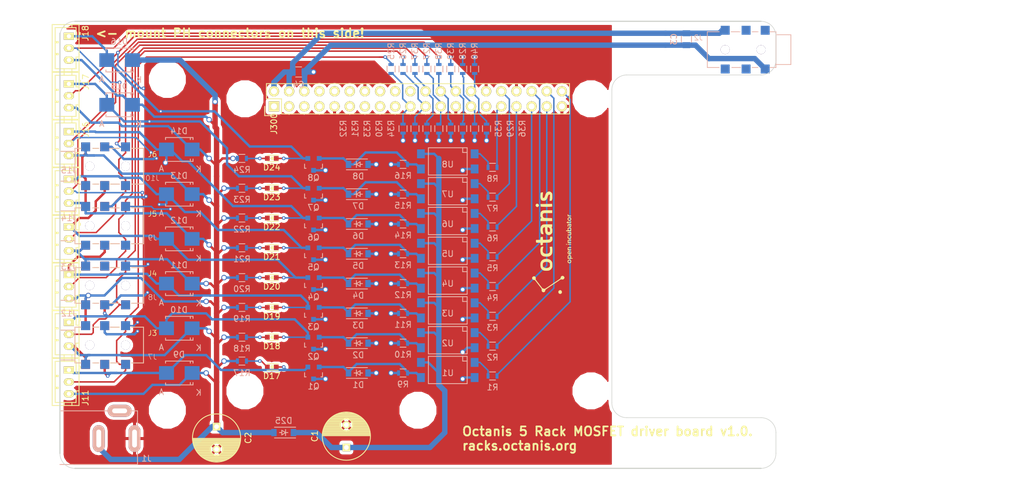
<source format=kicad_pcb>
(kicad_pcb (version 20170123) (host pcbnew "(2017-06-12 revision 19d5cc754)-master")
  (layers (0 F.Cu signal) (31 B.Cu signal) (34 B.Paste user) (35 F.Paste user) (36 B.SilkS user) (37 F.SilkS user) (38 B.Mask user) (39 F.Mask user) (44 Edge.Cuts user))
  (net 0 "")
  (net 1 V_opto)
  (net 2 GND)
  (net 3 VAA)
  (net 4 "Net-(D1-Pad1)")
  (net 5 "Net-(D2-Pad1)")
  (net 6 "Net-(D3-Pad1)")
  (net 7 "Net-(D4-Pad1)")
  (net 8 "Net-(D5-Pad1)")
  (net 9 "Net-(D6-Pad1)")
  (net 10 "Net-(D7-Pad1)")
  (net 11 "Net-(D8-Pad1)")
  (net 12 OUT1)
  (net 13 OUT2)
  (net 14 OUT3)
  (net 15 OUT4)
  (net 16 OUT5)
  (net 17 OUT6)
  (net 18 OUT7)
  (net 19 "Net-(D17-Pad2)")
  (net 20 "Net-(D18-Pad2)")
  (net 21 "Net-(D19-Pad2)")
  (net 22 "Net-(D20-Pad2)")
  (net 23 "Net-(D21-Pad2)")
  (net 24 "Net-(D22-Pad2)")
  (net 25 "Net-(D23-Pad2)")
  (net 26 "Net-(D24-Pad2)")
  (net 27 +5V)
  (net 28 "Net-(R1-Pad1)")
  (net 29 "Net-(R2-Pad1)")
  (net 30 "Net-(R3-Pad1)")
  (net 31 "Net-(R4-Pad1)")
  (net 32 "Net-(R5-Pad1)")
  (net 33 "Net-(R6-Pad1)")
  (net 34 "Net-(R7-Pad1)")
  (net 35 "Net-(R8-Pad1)")
  (net 36 SENSE1)
  (net 37 "Net-(J2-Pad2)")
  (net 38 SENSE2)
  (net 39 SENSE3)
  (net 40 SENSE4)
  (net 41 SENSE5)
  (net 42 SENSE6)
  (net 43 SENSE7)
  (net 44 OUT8)
  (net 45 SENSE8)
  (net 46 "Net-(J300-Pad1)")
  (net 47 "Net-(J300-Pad3)")
  (net 48 "Net-(J300-Pad5)")
  (net 49 "Net-(J300-Pad7)")
  (net 50 "Net-(J300-Pad8)")
  (net 51 "Net-(J300-Pad10)")
  (net 52 "Net-(J300-Pad11)")
  (net 53 "Net-(J300-Pad12)")
  (net 54 "Net-(J300-Pad13)")
  (net 55 "Net-(J300-Pad15)")
  (net 56 "Net-(J300-Pad16)")
  (net 57 "Net-(J300-Pad17)")
  (net 58 "Net-(J300-Pad18)")
  (net 59 "Net-(J300-Pad29)")
  (net 60 IN1)
  (net 61 IN2)
  (net 62 IN3)
  (net 63 IN4)
  (net 64 IN5)
  (net 65 IN6)
  (net 66 IN7)
  (net 67 IN8)
  (net 68 "Net-(J1-Pad3)")
  (net 69 "Net-(J300-Pad22)")
  (net 70 "Net-(J300-Pad19)")
  (net 71 "Net-(J300-Pad21)")
  (net 72 "Net-(J300-Pad23)")
  (net 73 "Net-(J300-Pad27)")
  (net 74 "Net-(J300-Pad28)")
  (net 75 "Net-(J300-Pad26)")
  (net 76 "Net-(J300-Pad24)")
  (module Octanis3:octanis_open_incubator_logo (layer F.Cu) (at 55 28 90)
    (fp_text reference G*** hide)
    (fp_text value LOGO hide)
  )
  (module Capacitors_SMD:C_0805 (layer B.Cu) (at 77.5 -6 270)
    (fp_text reference C3 (at 0 2.1 270) (layer B.SilkS) (effects (justify mirror)))
    (fp_text value C)
    (pad 2 smd rect (at 1 0 270) (size 1 1.25) (layers B.Cu B.Paste B.Mask) (net 2 GND))
    (pad 1 smd rect (at -1 0 270) (size 1 1.25) (layers B.Cu B.Paste B.Mask) (net 27 +5V))
  )
  (module Resistors_SMD:R_0603 (layer B.Cu) (at 38 9 270)
    (fp_text reference R34 (at 0 10 270) (layer B.SilkS) (effects (justify mirror)))
    (fp_text value 33k)
    (pad 2 smd rect (at 0.75 0 270) (size 0.5 0.9) (layers B.Cu B.Paste B.Mask) (net 2 GND))
    (pad 1 smd rect (at -0.75 0 270) (size 0.5 0.9) (layers B.Cu B.Paste B.Mask) (net 76 "Net-(J300-Pad24)"))
  )
  (module Resistors_SMD:R_0603 (layer B.Cu) (at 40 9 270)
    (fp_text reference R35 (at 0 -6 270) (layer B.SilkS) (effects (justify mirror)))
    (fp_text value 33k)
    (pad 1 smd rect (at -0.75 0 270) (size 0.5 0.9) (layers B.Cu B.Paste B.Mask) (net 75 "Net-(J300-Pad26)"))
    (pad 2 smd rect (at 0.75 0 270) (size 0.5 0.9) (layers B.Cu B.Paste B.Mask) (net 2 GND))
  )
  (module Resistors_SMD:R_0603 (layer B.Cu) (at 44 9 270)
    (fp_text reference R36 (at 0 -6 270) (layer B.SilkS) (effects (justify mirror)))
    (fp_text value 33k)
    (pad 2 smd rect (at 0.75 0 270) (size 0.5 0.9) (layers B.Cu B.Paste B.Mask) (net 2 GND))
    (pad 1 smd rect (at -0.75 0 270) (size 0.5 0.9) (layers B.Cu B.Paste B.Mask) (net 74 "Net-(J300-Pad28)"))
  )
  (module Resistors_SMD:R_0603 (layer B.Cu) (at 32 -1 270)
    (fp_text reference R37 (at -3 0 270) (layer B.SilkS) (effects (justify mirror)))
    (fp_text value 150k)
    (pad 1 smd rect (at -0.75 0 270) (size 0.5 0.9) (layers B.Cu B.Paste B.Mask) (net 39 SENSE3))
    (pad 2 smd rect (at 0.75 0 270) (size 0.5 0.9) (layers B.Cu B.Paste B.Mask) (net 69 "Net-(J300-Pad22)"))
  )
  (module Resistors_SMD:R_0603 (layer B.Cu) (at 36 -1 270)
    (fp_text reference R38 (at -3 0 270) (layer B.SilkS) (effects (justify mirror)))
    (fp_text value 150k)
    (pad 1 smd rect (at -0.75 0 270) (size 0.5 0.9) (layers B.Cu B.Paste B.Mask) (net 41 SENSE5))
    (pad 2 smd rect (at 0.75 0 270) (size 0.5 0.9) (layers B.Cu B.Paste B.Mask) (net 76 "Net-(J300-Pad24)"))
  )
  (module Resistors_SMD:R_0603 (layer B.Cu) (at 38 -1 270)
    (fp_text reference R39 (at -3 0 270) (layer B.SilkS) (effects (justify mirror)))
    (fp_text value 150k)
    (pad 1 smd rect (at -0.75 0 270) (size 0.5 0.9) (layers B.Cu B.Paste B.Mask) (net 42 SENSE6))
    (pad 2 smd rect (at 0.75 0 270) (size 0.5 0.9) (layers B.Cu B.Paste B.Mask) (net 75 "Net-(J300-Pad26)"))
  )
  (module Resistors_SMD:R_0603 (layer B.Cu) (at 42 -1 270)
    (fp_text reference R40 (at -3 0 270) (layer B.SilkS) (effects (justify mirror)))
    (fp_text value 150k)
    (pad 2 smd rect (at 0.75 0 270) (size 0.5 0.9) (layers B.Cu B.Paste B.Mask) (net 74 "Net-(J300-Pad28)"))
    (pad 1 smd rect (at -0.75 0 270) (size 0.5 0.9) (layers B.Cu B.Paste B.Mask) (net 45 SENSE8))
  )
  (module Resistors_SMD:R_0603 (layer B.Cu) (at 28 -1 90)
    (fp_text reference R25 (at 3 0 90) (layer B.SilkS) (effects (justify mirror)))
    (fp_text value 150k)
    (pad 1 smd rect (at -0.75 0 90) (size 0.5 0.9) (layers B.Cu B.Paste B.Mask) (net 70 "Net-(J300-Pad19)"))
    (pad 2 smd rect (at 0.75 0 90) (size 0.5 0.9) (layers B.Cu B.Paste B.Mask) (net 36 SENSE1))
  )
  (module Resistors_SMD:R_0603 (layer B.Cu) (at 30 -1 90)
    (fp_text reference R26 (at 3 0 90) (layer B.SilkS) (effects (justify mirror)))
    (fp_text value 150k)
    (pad 2 smd rect (at 0.75 0 90) (size 0.5 0.9) (layers B.Cu B.Paste B.Mask) (net 38 SENSE2))
    (pad 1 smd rect (at -0.75 0 90) (size 0.5 0.9) (layers B.Cu B.Paste B.Mask) (net 71 "Net-(J300-Pad21)"))
  )
  (module Resistors_SMD:R_0603 (layer B.Cu) (at 34 -1 90)
    (fp_text reference R27 (at 3 0 90) (layer B.SilkS) (effects (justify mirror)))
    (fp_text value 150k)
    (pad 1 smd rect (at -0.75 0 90) (size 0.5 0.9) (layers B.Cu B.Paste B.Mask) (net 72 "Net-(J300-Pad23)"))
    (pad 2 smd rect (at 0.75 0 90) (size 0.5 0.9) (layers B.Cu B.Paste B.Mask) (net 40 SENSE4))
  )
  (module Resistors_SMD:R_0603 (layer B.Cu) (at 40 -1 90)
    (fp_text reference R28 (at 3 0 90) (layer B.SilkS) (effects (justify mirror)))
    (fp_text value 150k)
    (pad 2 smd rect (at 0.75 0 90) (size 0.5 0.9) (layers B.Cu B.Paste B.Mask) (net 43 SENSE7))
    (pad 1 smd rect (at -0.75 0 90) (size 0.5 0.9) (layers B.Cu B.Paste B.Mask) (net 73 "Net-(J300-Pad27)"))
  )
  (module Resistors_SMD:R_0603 (layer B.Cu) (at 42 9 270)
    (fp_text reference R29 (at 0 -6 270) (layer B.SilkS) (effects (justify mirror)))
    (fp_text value 33k)
    (pad 1 smd rect (at -0.75 0 270) (size 0.5 0.9) (layers B.Cu B.Paste B.Mask) (net 73 "Net-(J300-Pad27)"))
    (pad 2 smd rect (at 0.75 0 270) (size 0.5 0.9) (layers B.Cu B.Paste B.Mask) (net 2 GND))
  )
  (module Resistors_SMD:R_0603 (layer B.Cu) (at 36 9 270)
    (fp_text reference R30 (at 0 10 270) (layer B.SilkS) (effects (justify mirror)))
    (fp_text value 33k)
    (pad 2 smd rect (at 0.75 0 270) (size 0.5 0.9) (layers B.Cu B.Paste B.Mask) (net 2 GND))
    (pad 1 smd rect (at -0.75 0 270) (size 0.5 0.9) (layers B.Cu B.Paste B.Mask) (net 72 "Net-(J300-Pad23)"))
  )
  (module Resistors_SMD:R_0603 (layer B.Cu) (at 32 9 270)
    (fp_text reference R31 (at 0 10 270) (layer B.SilkS) (effects (justify mirror)))
    (fp_text value 33k)
    (pad 1 smd rect (at -0.75 0 270) (size 0.5 0.9) (layers B.Cu B.Paste B.Mask) (net 71 "Net-(J300-Pad21)"))
    (pad 2 smd rect (at 0.75 0 270) (size 0.5 0.9) (layers B.Cu B.Paste B.Mask) (net 2 GND))
  )
  (module Resistors_SMD:R_0603 (layer B.Cu) (at 30 9 270)
    (fp_text reference R32 (at 0 10 270) (layer B.SilkS) (effects (justify mirror)))
    (fp_text value 33k)
    (pad 2 smd rect (at 0.75 0 270) (size 0.5 0.9) (layers B.Cu B.Paste B.Mask) (net 2 GND))
    (pad 1 smd rect (at -0.75 0 270) (size 0.5 0.9) (layers B.Cu B.Paste B.Mask) (net 70 "Net-(J300-Pad19)"))
  )
  (module Resistors_SMD:R_0603 (layer B.Cu) (at 34 9 270)
    (fp_text reference R33 (at 0 10 270) (layer B.SilkS) (effects (justify mirror)))
    (fp_text value 33k)
    (pad 1 smd rect (at -0.75 0 270) (size 0.5 0.9) (layers B.Cu B.Paste B.Mask) (net 69 "Net-(J300-Pad22)"))
    (pad 2 smd rect (at 0.75 0 270) (size 0.5 0.9) (layers B.Cu B.Paste B.Mask) (net 2 GND))
  )
  (module Capacitors_SMD:C_0805 (layer B.Cu) (at 12.5 -0.5)
    (fp_text reference C4 (at 0 2.1) (layer B.SilkS) (effects (justify mirror)))
    (fp_text value C)
    (pad 1 smd rect (at -1 0) (size 1 1.25) (layers B.Cu B.Paste B.Mask) (net 27 +5V))
    (pad 2 smd rect (at 1 0) (size 1 1.25) (layers B.Cu B.Paste B.Mask) (net 2 GND))
  )
  (module RPi_Hat:RPi_Hat_Mounting_Hole (layer F.Cu) (at 32.5 56.25)
    (fp_text reference "" hide)
    (fp_text value "" hide)
    (pad "" np_thru_hole circle (at 0 0) (size 2.75 2.75) (drill 2.75) (layers *.Cu *.Mask) (clearance 1.725))
  )
  (module RPi_Hat:RPi_Hat_Mounting_Hole (layer F.Cu) (at -9.5 0.75)
    (fp_text reference "" hide)
    (fp_text value "" hide)
    (pad "" np_thru_hole circle (at 0 0) (size 2.75 2.75) (drill 2.75) (layers *.Cu *.Mask) (clearance 1.725))
  )
  (module RPi_Hat:RPi_Hat_Mounting_Hole (layer F.Cu) (at -9.5 56.25)
    (fp_text reference "" hide)
    (fp_text value "" hide)
    (pad "" np_thru_hole circle (at 0 0) (size 2.75 2.75) (drill 2.75) (layers *.Cu *.Mask) (clearance 1.725))
  )
  (module Octanis5-Rack_kicadlib:PJ-313D (layer B.Cu) (at 92.5 -4.25 180)
    (fp_text reference J2 (at 13 2 180) (layer B.SilkS) (effects (font (size 0.889 0.889) (thickness 0.1016)) (justify mirror)))
    (fp_text value Audio-Jack-3)
    (pad 3 smd rect (at 1.8 3.25 90) (size 1.5 1.5) (layers B.Cu B.Paste B.Mask) (net 2 GND))
    (pad 2 smd rect (at 5 3.25 90) (size 1.5 1.5) (layers B.Cu B.Paste B.Mask) (net 37 "Net-(J2-Pad2)"))
    (pad 1 smd rect (at 8.5 3.25 90) (size 1.5 1.5) (layers B.Cu B.Paste B.Mask) (net 27 +5V))
    (pad 3 smd rect (at 1.8 -3.25 90) (size 1.5 1.5) (layers B.Cu B.Paste B.Mask) (net 2 GND))
    (pad 2 smd rect (at 5 -3.25 90) (size 1.5 1.5) (layers B.Cu B.Paste B.Mask) (net 37 "Net-(J2-Pad2)"))
    (pad 1 smd rect (at 8.5 -3.25 90) (size 1.5 1.5) (layers B.Cu B.Paste B.Mask) (net 27 +5V))
    (pad "" thru_hole circle (at 2.5 0 90) (size 1.5 1.5) (drill 1.5) (layers *.Cu *.Mask))
    (pad "" thru_hole circle (at 8.5 0 90) (size 1.5 1.5) (drill 1.5) (layers *.Cu *.Mask))
  )
  (module Connectors_JST:JST_PH_B3B-PH-K_03x2.00mm_Straight (layer F.Cu) (at -26 49.5 270)
    (fp_text reference J11 (at 4.676358 -2.767308 90) (layer F.SilkS))
    (fp_text value Screw_Terminal_1x03)
    (pad 3 thru_hole oval (at 4 0 270) (size 1.2 1.7) (drill 0.7) (layers *.Cu *.Mask F.SilkS) (net 3 VAA))
    (pad 2 thru_hole oval (at 2 0 270) (size 1.2 1.7) (drill 0.7) (layers *.Cu *.Mask F.SilkS) (net 36 SENSE1))
    (pad 1 thru_hole rect (at 0 0 270) (size 1.2 1.7) (drill 0.7) (layers *.Cu *.Mask F.SilkS) (net 12 OUT1))
  )
  (module Connectors_JST:JST_PH_B3B-PH-K_03x2.00mm_Straight (layer F.Cu) (at -26 41.5 270)
    (fp_text reference J12 (at -1.5 0 180) (layer B.SilkS) (effects (justify mirror)))
    (fp_text value Screw_Terminal_1x03)
    (pad 1 thru_hole rect (at 0 0 270) (size 1.2 1.7) (drill 0.7) (layers *.Cu *.Mask F.SilkS) (net 13 OUT2))
    (pad 2 thru_hole oval (at 2 0 270) (size 1.2 1.7) (drill 0.7) (layers *.Cu *.Mask F.SilkS) (net 38 SENSE2))
    (pad 3 thru_hole oval (at 4 0 270) (size 1.2 1.7) (drill 0.7) (layers *.Cu *.Mask F.SilkS) (net 3 VAA))
  )
  (module Connectors_JST:JST_PH_B3B-PH-K_03x2.00mm_Straight (layer F.Cu) (at -26 33.5 270)
    (fp_text reference J13 (at -1.323642 0 180) (layer B.SilkS) (effects (justify mirror)))
    (fp_text value Screw_Terminal_1x03)
    (pad 3 thru_hole oval (at 4 0 270) (size 1.2 1.7) (drill 0.7) (layers *.Cu *.Mask F.SilkS) (net 3 VAA))
    (pad 2 thru_hole oval (at 2 0 270) (size 1.2 1.7) (drill 0.7) (layers *.Cu *.Mask F.SilkS) (net 39 SENSE3))
    (pad 1 thru_hole rect (at 0 0 270) (size 1.2 1.7) (drill 0.7) (layers *.Cu *.Mask F.SilkS) (net 14 OUT3))
  )
  (module Connectors_JST:JST_PH_B3B-PH-K_03x2.00mm_Straight (layer F.Cu) (at -26 25.5 270)
    (fp_text reference J14 (at -1.5 0 180) (layer B.SilkS) (effects (justify mirror)))
    (fp_text value Screw_Terminal_1x03)
    (pad 1 thru_hole rect (at 0 0 270) (size 1.2 1.7) (drill 0.7) (layers *.Cu *.Mask F.SilkS) (net 15 OUT4))
    (pad 2 thru_hole oval (at 2 0 270) (size 1.2 1.7) (drill 0.7) (layers *.Cu *.Mask F.SilkS) (net 40 SENSE4))
    (pad 3 thru_hole oval (at 4 0 270) (size 1.2 1.7) (drill 0.7) (layers *.Cu *.Mask F.SilkS) (net 3 VAA))
  )
  (module Connectors_JST:JST_PH_B3B-PH-K_03x2.00mm_Straight (layer F.Cu) (at -26 17.5 270)
    (fp_text reference J15 (at -1.5 0 180) (layer B.SilkS) (effects (justify mirror)))
    (fp_text value Screw_Terminal_1x03)
    (pad 3 thru_hole oval (at 4 0 270) (size 1.2 1.7) (drill 0.7) (layers *.Cu *.Mask F.SilkS) (net 3 VAA))
    (pad 2 thru_hole oval (at 2 0 270) (size 1.2 1.7) (drill 0.7) (layers *.Cu *.Mask F.SilkS) (net 41 SENSE5))
    (pad 1 thru_hole rect (at 0 0 270) (size 1.2 1.7) (drill 0.7) (layers *.Cu *.Mask F.SilkS) (net 16 OUT5))
  )
  (module Connectors_JST:JST_PH_B3B-PH-K_03x2.00mm_Straight (layer F.Cu) (at -26 9.5 270)
    (fp_text reference J16 (at -0.323642 -2.824808 270) (layer F.SilkS))
    (fp_text value Screw_Terminal_1x03)
    (pad 1 thru_hole rect (at 0 0 270) (size 1.2 1.7) (drill 0.7) (layers *.Cu *.Mask F.SilkS) (net 17 OUT6))
    (pad 2 thru_hole oval (at 2 0 270) (size 1.2 1.7) (drill 0.7) (layers *.Cu *.Mask F.SilkS) (net 42 SENSE6))
    (pad 3 thru_hole oval (at 4 0 270) (size 1.2 1.7) (drill 0.7) (layers *.Cu *.Mask F.SilkS) (net 3 VAA))
  )
  (module Connectors_JST:JST_PH_B3B-PH-K_03x2.00mm_Straight (layer F.Cu) (at -26 1.5 270)
    (fp_text reference J17 (at -0.323642 -2.824808 270) (layer F.SilkS))
    (fp_text value Screw_Terminal_1x03)
    (pad 3 thru_hole oval (at 4 0 270) (size 1.2 1.7) (drill 0.7) (layers *.Cu *.Mask F.SilkS) (net 3 VAA))
    (pad 2 thru_hole oval (at 2 0 270) (size 1.2 1.7) (drill 0.7) (layers *.Cu *.Mask F.SilkS) (net 43 SENSE7))
    (pad 1 thru_hole rect (at 0 0 270) (size 1.2 1.7) (drill 0.7) (layers *.Cu *.Mask F.SilkS) (net 18 OUT7))
  )
  (module Connectors_JST:JST_PH_B3B-PH-K_03x2.00mm_Straight (layer F.Cu) (at -26 -6.5 270)
    (fp_text reference J18 (at -0.5 -2.767308 270) (layer F.SilkS))
    (fp_text value Screw_Terminal_1x03)
    (pad 1 thru_hole rect (at 0 0 270) (size 1.2 1.7) (drill 0.7) (layers *.Cu *.Mask F.SilkS) (net 44 OUT8))
    (pad 2 thru_hole oval (at 2 0 270) (size 1.2 1.7) (drill 0.7) (layers *.Cu *.Mask F.SilkS) (net 45 SENSE8))
    (pad 3 thru_hole oval (at 4 0 270) (size 1.2 1.7) (drill 0.7) (layers *.Cu *.Mask F.SilkS) (net 3 VAA))
  )
  (module Octanis5-Rack_kicadlib:EL817S1-B-TU-F (layer B.Cu) (at 37.5 49.5 180)
    (fp_text reference U1 (at 0 -0.5 180) (layer B.SilkS) (effects (justify mirror)))
    (fp_text value "EL817S1(B)(TU)-F")
    (pad 3 smd rect (at 4.5 -1.27 180) (size 1.3 1.5) (layers B.Cu B.Paste B.Mask) (net 4 "Net-(D1-Pad1)"))
    (pad 4 smd rect (at 4.5 1.27 180) (size 1.3 1.5) (layers B.Cu B.Paste B.Mask) (net 1 V_opto))
    (pad 1 smd rect (at -4.5 1.27 180) (size 1.3 1.5) (layers B.Cu B.Paste B.Mask) (net 28 "Net-(R1-Pad1)"))
    (pad 2 smd rect (at -4.5 -1.27 180) (size 1.3 1.5) (layers B.Cu B.Paste B.Mask) (net 2 GND))
  )
  (module Octanis5-Rack_kicadlib:EL817S1-B-TU-F (layer B.Cu) (at 37.5 44.5 180)
    (fp_text reference U2 (at 0 -0.5 180) (layer B.SilkS) (effects (justify mirror)))
    (fp_text value "EL817S1(B)(TU)-F")
    (pad 2 smd rect (at -4.5 -1.27 180) (size 1.3 1.5) (layers B.Cu B.Paste B.Mask) (net 2 GND))
    (pad 1 smd rect (at -4.5 1.27 180) (size 1.3 1.5) (layers B.Cu B.Paste B.Mask) (net 29 "Net-(R2-Pad1)"))
    (pad 4 smd rect (at 4.5 1.27 180) (size 1.3 1.5) (layers B.Cu B.Paste B.Mask) (net 1 V_opto))
    (pad 3 smd rect (at 4.5 -1.27 180) (size 1.3 1.5) (layers B.Cu B.Paste B.Mask) (net 5 "Net-(D2-Pad1)"))
  )
  (module Octanis5-Rack_kicadlib:EL817S1-B-TU-F (layer B.Cu) (at 37.5 39.5 180)
    (fp_text reference U3 (at 0 -0.5 180) (layer B.SilkS) (effects (justify mirror)))
    (fp_text value "EL817S1(B)(TU)-F")
    (pad 3 smd rect (at 4.5 -1.27 180) (size 1.3 1.5) (layers B.Cu B.Paste B.Mask) (net 6 "Net-(D3-Pad1)"))
    (pad 4 smd rect (at 4.5 1.27 180) (size 1.3 1.5) (layers B.Cu B.Paste B.Mask) (net 1 V_opto))
    (pad 1 smd rect (at -4.5 1.27 180) (size 1.3 1.5) (layers B.Cu B.Paste B.Mask) (net 30 "Net-(R3-Pad1)"))
    (pad 2 smd rect (at -4.5 -1.27 180) (size 1.3 1.5) (layers B.Cu B.Paste B.Mask) (net 2 GND))
  )
  (module Octanis5-Rack_kicadlib:EL817S1-B-TU-F (layer B.Cu) (at 37.5 34.5 180)
    (fp_text reference U4 (at 0 -0.5 180) (layer B.SilkS) (effects (justify mirror)))
    (fp_text value "EL817S1(B)(TU)-F")
    (pad 2 smd rect (at -4.5 -1.27 180) (size 1.3 1.5) (layers B.Cu B.Paste B.Mask) (net 2 GND))
    (pad 1 smd rect (at -4.5 1.27 180) (size 1.3 1.5) (layers B.Cu B.Paste B.Mask) (net 31 "Net-(R4-Pad1)"))
    (pad 4 smd rect (at 4.5 1.27 180) (size 1.3 1.5) (layers B.Cu B.Paste B.Mask) (net 1 V_opto))
    (pad 3 smd rect (at 4.5 -1.27 180) (size 1.3 1.5) (layers B.Cu B.Paste B.Mask) (net 7 "Net-(D4-Pad1)"))
  )
  (module Octanis5-Rack_kicadlib:EL817S1-B-TU-F (layer B.Cu) (at 37.5 29.5 180)
    (fp_text reference U5 (at 0 -0.5 180) (layer B.SilkS) (effects (justify mirror)))
    (fp_text value "EL817S1(B)(TU)-F")
    (pad 3 smd rect (at 4.5 -1.27 180) (size 1.3 1.5) (layers B.Cu B.Paste B.Mask) (net 8 "Net-(D5-Pad1)"))
    (pad 4 smd rect (at 4.5 1.27 180) (size 1.3 1.5) (layers B.Cu B.Paste B.Mask) (net 1 V_opto))
    (pad 1 smd rect (at -4.5 1.27 180) (size 1.3 1.5) (layers B.Cu B.Paste B.Mask) (net 32 "Net-(R5-Pad1)"))
    (pad 2 smd rect (at -4.5 -1.27 180) (size 1.3 1.5) (layers B.Cu B.Paste B.Mask) (net 2 GND))
  )
  (module Octanis5-Rack_kicadlib:EL817S1-B-TU-F (layer B.Cu) (at 37.5 24.5 180)
    (fp_text reference U6 (at 0 -0.5 180) (layer B.SilkS) (effects (justify mirror)))
    (fp_text value "EL817S1(B)(TU)-F")
    (pad 2 smd rect (at -4.5 -1.27 180) (size 1.3 1.5) (layers B.Cu B.Paste B.Mask) (net 2 GND))
    (pad 1 smd rect (at -4.5 1.27 180) (size 1.3 1.5) (layers B.Cu B.Paste B.Mask) (net 33 "Net-(R6-Pad1)"))
    (pad 4 smd rect (at 4.5 1.27 180) (size 1.3 1.5) (layers B.Cu B.Paste B.Mask) (net 1 V_opto))
    (pad 3 smd rect (at 4.5 -1.27 180) (size 1.3 1.5) (layers B.Cu B.Paste B.Mask) (net 9 "Net-(D6-Pad1)"))
  )
  (module Octanis5-Rack_kicadlib:EL817S1-B-TU-F (layer B.Cu) (at 37.5 19.5 180)
    (fp_text reference U7 (at 0 -0.5 180) (layer B.SilkS) (effects (justify mirror)))
    (fp_text value "EL817S1(B)(TU)-F")
    (pad 3 smd rect (at 4.5 -1.27 180) (size 1.3 1.5) (layers B.Cu B.Paste B.Mask) (net 10 "Net-(D7-Pad1)"))
    (pad 4 smd rect (at 4.5 1.27 180) (size 1.3 1.5) (layers B.Cu B.Paste B.Mask) (net 1 V_opto))
    (pad 1 smd rect (at -4.5 1.27 180) (size 1.3 1.5) (layers B.Cu B.Paste B.Mask) (net 34 "Net-(R7-Pad1)"))
    (pad 2 smd rect (at -4.5 -1.27 180) (size 1.3 1.5) (layers B.Cu B.Paste B.Mask) (net 2 GND))
  )
  (module Octanis5-Rack_kicadlib:EL817S1-B-TU-F (layer B.Cu) (at 37.5 14.5 180)
    (fp_text reference U8 (at 0 -0.5 180) (layer B.SilkS) (effects (justify mirror)))
    (fp_text value "EL817S1(B)(TU)-F")
    (pad 2 smd rect (at -4.5 -1.27 180) (size 1.3 1.5) (layers B.Cu B.Paste B.Mask) (net 2 GND))
    (pad 1 smd rect (at -4.5 1.27 180) (size 1.3 1.5) (layers B.Cu B.Paste B.Mask) (net 35 "Net-(R8-Pad1)"))
    (pad 4 smd rect (at 4.5 1.27 180) (size 1.3 1.5) (layers B.Cu B.Paste B.Mask) (net 1 V_opto))
    (pad 3 smd rect (at 4.5 -1.27 180) (size 1.3 1.5) (layers B.Cu B.Paste B.Mask) (net 11 "Net-(D8-Pad1)"))
  )
  (module Octanis5-Rack_kicadlib:PJ-313D (layer F.Cu) (at -25 45.31151)
    (fp_text reference J3 (at 13 -2) (layer F.SilkS) (effects (font (size 0.889 0.889) (thickness 0.1016))))
    (fp_text value Audio-Jack-3)
    (pad "" thru_hole circle (at 8.5 0 90) (size 1.5 1.5) (drill 1.5) (layers *.Cu *.Mask))
    (pad "" thru_hole circle (at 2.5 0 90) (size 1.5 1.5) (drill 1.5) (layers *.Cu *.Mask))
    (pad 1 smd rect (at 8.5 3.25 90) (size 1.5 1.5) (layers F.Cu F.Paste F.Mask) (net 36 SENSE1))
    (pad 2 smd rect (at 5 3.25 90) (size 1.5 1.5) (layers F.Cu F.Paste F.Mask) (net 12 OUT1))
    (pad 3 smd rect (at 1.8 3.25 90) (size 1.5 1.5) (layers F.Cu F.Paste F.Mask) (net 3 VAA))
    (pad 1 smd rect (at 8.5 -3.25 90) (size 1.5 1.5) (layers F.Cu F.Paste F.Mask) (net 36 SENSE1))
    (pad 2 smd rect (at 5 -3.25 90) (size 1.5 1.5) (layers F.Cu F.Paste F.Mask) (net 12 OUT1))
    (pad 3 smd rect (at 1.8 -3.25 90) (size 1.5 1.5) (layers F.Cu F.Paste F.Mask) (net 3 VAA))
  )
  (module Octanis5-Rack_kicadlib:PJ-313D (layer F.Cu) (at -25 35.31151)
    (fp_text reference J4 (at 13 -2) (layer F.SilkS) (effects (font (size 0.889 0.889) (thickness 0.1016))))
    (fp_text value Audio-Jack-3)
    (pad 3 smd rect (at 1.8 -3.25 90) (size 1.5 1.5) (layers F.Cu F.Paste F.Mask) (net 3 VAA))
    (pad 2 smd rect (at 5 -3.25 90) (size 1.5 1.5) (layers F.Cu F.Paste F.Mask) (net 13 OUT2))
    (pad 1 smd rect (at 8.5 -3.25 90) (size 1.5 1.5) (layers F.Cu F.Paste F.Mask) (net 38 SENSE2))
    (pad 3 smd rect (at 1.8 3.25 90) (size 1.5 1.5) (layers F.Cu F.Paste F.Mask) (net 3 VAA))
    (pad 2 smd rect (at 5 3.25 90) (size 1.5 1.5) (layers F.Cu F.Paste F.Mask) (net 13 OUT2))
    (pad 1 smd rect (at 8.5 3.25 90) (size 1.5 1.5) (layers F.Cu F.Paste F.Mask) (net 38 SENSE2))
    (pad "" thru_hole circle (at 2.5 0 90) (size 1.5 1.5) (drill 1.5) (layers *.Cu *.Mask))
    (pad "" thru_hole circle (at 8.5 0 90) (size 1.5 1.5) (drill 1.5) (layers *.Cu *.Mask))
  )
  (module Octanis5-Rack_kicadlib:PJ-313D (layer B.Cu) (at -25 45.31151)
    (fp_text reference J7 (at 13 2) (layer B.SilkS) (effects (font (size 0.889 0.889) (thickness 0.1016)) (justify mirror)))
    (fp_text value Audio-Jack-3)
    (pad "" thru_hole circle (at 8.5 0 270) (size 1.5 1.5) (drill 1.5) (layers *.Cu *.Mask))
    (pad "" thru_hole circle (at 2.5 0 270) (size 1.5 1.5) (drill 1.5) (layers *.Cu *.Mask))
    (pad 1 smd rect (at 8.5 -3.25 270) (size 1.5 1.5) (layers B.Cu B.Paste B.Mask) (net 41 SENSE5))
    (pad 2 smd rect (at 5 -3.25 270) (size 1.5 1.5) (layers B.Cu B.Paste B.Mask) (net 16 OUT5))
    (pad 3 smd rect (at 1.8 -3.25 270) (size 1.5 1.5) (layers B.Cu B.Paste B.Mask) (net 3 VAA))
    (pad 1 smd rect (at 8.5 3.25 270) (size 1.5 1.5) (layers B.Cu B.Paste B.Mask) (net 41 SENSE5))
    (pad 2 smd rect (at 5 3.25 270) (size 1.5 1.5) (layers B.Cu B.Paste B.Mask) (net 16 OUT5))
    (pad 3 smd rect (at 1.8 3.25 270) (size 1.5 1.5) (layers B.Cu B.Paste B.Mask) (net 3 VAA))
  )
  (module Octanis5-Rack_kicadlib:PJ-313D (layer F.Cu) (at -25 25.31151)
    (fp_text reference J5 (at 13 -2) (layer F.SilkS) (effects (font (size 0.889 0.889) (thickness 0.1016))))
    (fp_text value Audio-Jack-3)
    (pad 3 smd rect (at 1.8 -3.25 90) (size 1.5 1.5) (layers F.Cu F.Paste F.Mask) (net 3 VAA))
    (pad 2 smd rect (at 5 -3.25 90) (size 1.5 1.5) (layers F.Cu F.Paste F.Mask) (net 14 OUT3))
    (pad 1 smd rect (at 8.5 -3.25 90) (size 1.5 1.5) (layers F.Cu F.Paste F.Mask) (net 39 SENSE3))
    (pad 3 smd rect (at 1.8 3.25 90) (size 1.5 1.5) (layers F.Cu F.Paste F.Mask) (net 3 VAA))
    (pad 2 smd rect (at 5 3.25 90) (size 1.5 1.5) (layers F.Cu F.Paste F.Mask) (net 14 OUT3))
    (pad 1 smd rect (at 8.5 3.25 90) (size 1.5 1.5) (layers F.Cu F.Paste F.Mask) (net 39 SENSE3))
    (pad "" thru_hole circle (at 2.5 0 90) (size 1.5 1.5) (drill 1.5) (layers *.Cu *.Mask))
    (pad "" thru_hole circle (at 8.5 0 90) (size 1.5 1.5) (drill 1.5) (layers *.Cu *.Mask))
  )
  (module Octanis5-Rack_kicadlib:PJ-313D (layer F.Cu) (at -25 15.31151)
    (fp_text reference J6 (at 13 -2) (layer F.SilkS) (effects (font (size 0.889 0.889) (thickness 0.1016))))
    (fp_text value Audio-Jack-3)
    (pad "" thru_hole circle (at 8.5 0 90) (size 1.5 1.5) (drill 1.5) (layers *.Cu *.Mask))
    (pad "" thru_hole circle (at 2.5 0 90) (size 1.5 1.5) (drill 1.5) (layers *.Cu *.Mask))
    (pad 1 smd rect (at 8.5 3.25 90) (size 1.5 1.5) (layers F.Cu F.Paste F.Mask) (net 40 SENSE4))
    (pad 2 smd rect (at 5 3.25 90) (size 1.5 1.5) (layers F.Cu F.Paste F.Mask) (net 15 OUT4))
    (pad 3 smd rect (at 1.8 3.25 90) (size 1.5 1.5) (layers F.Cu F.Paste F.Mask) (net 3 VAA))
    (pad 1 smd rect (at 8.5 -3.25 90) (size 1.5 1.5) (layers F.Cu F.Paste F.Mask) (net 40 SENSE4))
    (pad 2 smd rect (at 5 -3.25 90) (size 1.5 1.5) (layers F.Cu F.Paste F.Mask) (net 15 OUT4))
    (pad 3 smd rect (at 1.8 -3.25 90) (size 1.5 1.5) (layers F.Cu F.Paste F.Mask) (net 3 VAA))
  )
  (module Octanis5-Rack_kicadlib:PJ-313D (layer B.Cu) (at -25 15.31151)
    (fp_text reference J10 (at 13 2) (layer B.SilkS) (effects (font (size 0.889 0.889) (thickness 0.1016)) (justify mirror)))
    (fp_text value Audio-Jack-3)
    (pad 3 smd rect (at 1.8 3.25 270) (size 1.5 1.5) (layers B.Cu B.Paste B.Mask) (net 3 VAA))
    (pad 2 smd rect (at 5 3.25 270) (size 1.5 1.5) (layers B.Cu B.Paste B.Mask) (net 44 OUT8))
    (pad 1 smd rect (at 8.5 3.25 270) (size 1.5 1.5) (layers B.Cu B.Paste B.Mask) (net 45 SENSE8))
    (pad 3 smd rect (at 1.8 -3.25 270) (size 1.5 1.5) (layers B.Cu B.Paste B.Mask) (net 3 VAA))
    (pad 2 smd rect (at 5 -3.25 270) (size 1.5 1.5) (layers B.Cu B.Paste B.Mask) (net 44 OUT8))
    (pad 1 smd rect (at 8.5 -3.25 270) (size 1.5 1.5) (layers B.Cu B.Paste B.Mask) (net 45 SENSE8))
    (pad "" thru_hole circle (at 2.5 0 270) (size 1.5 1.5) (drill 1.5) (layers *.Cu *.Mask))
    (pad "" thru_hole circle (at 8.5 0 270) (size 1.5 1.5) (drill 1.5) (layers *.Cu *.Mask))
  )
  (module Octanis5-Rack_kicadlib:PJ-313D (layer B.Cu) (at -25 25.31151)
    (fp_text reference J9 (at 13 2) (layer B.SilkS) (effects (font (size 0.889 0.889) (thickness 0.1016)) (justify mirror)))
    (fp_text value Audio-Jack-3)
    (pad "" thru_hole circle (at 8.5 0 270) (size 1.5 1.5) (drill 1.5) (layers *.Cu *.Mask))
    (pad "" thru_hole circle (at 2.5 0 270) (size 1.5 1.5) (drill 1.5) (layers *.Cu *.Mask))
    (pad 1 smd rect (at 8.5 -3.25 270) (size 1.5 1.5) (layers B.Cu B.Paste B.Mask) (net 43 SENSE7))
    (pad 2 smd rect (at 5 -3.25 270) (size 1.5 1.5) (layers B.Cu B.Paste B.Mask) (net 18 OUT7))
    (pad 3 smd rect (at 1.8 -3.25 270) (size 1.5 1.5) (layers B.Cu B.Paste B.Mask) (net 3 VAA))
    (pad 1 smd rect (at 8.5 3.25 270) (size 1.5 1.5) (layers B.Cu B.Paste B.Mask) (net 43 SENSE7))
    (pad 2 smd rect (at 5 3.25 270) (size 1.5 1.5) (layers B.Cu B.Paste B.Mask) (net 18 OUT7))
    (pad 3 smd rect (at 1.8 3.25 270) (size 1.5 1.5) (layers B.Cu B.Paste B.Mask) (net 3 VAA))
  )
  (module Octanis5-Rack_kicadlib:PJ-313D (layer B.Cu) (at -25 35.31151)
    (fp_text reference J8 (at 13 2) (layer B.SilkS) (effects (font (size 0.889 0.889) (thickness 0.1016)) (justify mirror)))
    (fp_text value Audio-Jack-3)
    (pad 3 smd rect (at 1.8 3.25 270) (size 1.5 1.5) (layers B.Cu B.Paste B.Mask) (net 3 VAA))
    (pad 2 smd rect (at 5 3.25 270) (size 1.5 1.5) (layers B.Cu B.Paste B.Mask) (net 17 OUT6))
    (pad 1 smd rect (at 8.5 3.25 270) (size 1.5 1.5) (layers B.Cu B.Paste B.Mask) (net 42 SENSE6))
    (pad 3 smd rect (at 1.8 -3.25 270) (size 1.5 1.5) (layers B.Cu B.Paste B.Mask) (net 3 VAA))
    (pad 2 smd rect (at 5 -3.25 270) (size 1.5 1.5) (layers B.Cu B.Paste B.Mask) (net 17 OUT6))
    (pad 1 smd rect (at 8.5 -3.25 270) (size 1.5 1.5) (layers B.Cu B.Paste B.Mask) (net 42 SENSE6))
    (pad "" thru_hole circle (at 2.5 0 270) (size 1.5 1.5) (drill 1.5) (layers *.Cu *.Mask))
    (pad "" thru_hole circle (at 8.5 0 270) (size 1.5 1.5) (drill 1.5) (layers *.Cu *.Mask))
  )
  (module Octanis5-Rack_kicadlib:DC-005-20A (layer B.Cu) (at -28.5 56.35)
    (fp_text reference J1 (at 15.5 8) (layer B.SilkS) (effects (justify mirror)))
    (fp_text value Barrel_Jack)
    (pad 3 thru_hole oval (at 11 0) (size 4 2) (drill oval 2.5 0.8) (layers *.Cu *.Mask B.SilkS) (net 68 "Net-(J1-Pad3)"))
    (pad 1 thru_hole oval (at 13.5 4.65) (size 2 4.5) (drill oval 0.8 3) (layers *.Cu *.Mask B.SilkS) (net 2 GND))
    (pad 2 thru_hole oval (at 7.5 4.65) (size 2 4.5) (drill oval 0.8 3) (layers *.Cu *.Mask B.SilkS) (net 3 VAA))
  )
  (module RPi_Hat:Pin_Header_Straight_2x20 (layer F.Cu) (at 32.5 4 90)
    (fp_text reference J300 (at -4.191 -24.13 270) (layer F.SilkS))
    (fp_text value RPi_GPIO)
    (pad 1 thru_hole rect (at -1.27 -24.13 90) (size 1.7272 1.7272) (drill 1.016) (layers *.Cu *.Mask F.SilkS) (net 46 "Net-(J300-Pad1)"))
    (pad 2 thru_hole oval (at 1.27 -24.13 90) (size 1.7272 1.7272) (drill 1.016) (layers *.Cu *.Mask F.SilkS) (net 27 +5V))
    (pad 3 thru_hole oval (at -1.27 -21.59 90) (size 1.7272 1.7272) (drill 1.016) (layers *.Cu *.Mask F.SilkS) (net 47 "Net-(J300-Pad3)"))
    (pad 4 thru_hole oval (at 1.27 -21.59 90) (size 1.7272 1.7272) (drill 1.016) (layers *.Cu *.Mask F.SilkS) (net 27 +5V))
    (pad 5 thru_hole oval (at -1.27 -19.05 90) (size 1.7272 1.7272) (drill 1.016) (layers *.Cu *.Mask F.SilkS) (net 48 "Net-(J300-Pad5)"))
    (pad 6 thru_hole oval (at 1.27 -19.05 90) (size 1.7272 1.7272) (drill 1.016) (layers *.Cu *.Mask F.SilkS) (net 2 GND))
    (pad 7 thru_hole oval (at -1.27 -16.51 90) (size 1.7272 1.7272) (drill 1.016) (layers *.Cu *.Mask F.SilkS) (net 49 "Net-(J300-Pad7)"))
    (pad 8 thru_hole oval (at 1.27 -16.51 90) (size 1.7272 1.7272) (drill 1.016) (layers *.Cu *.Mask F.SilkS) (net 50 "Net-(J300-Pad8)"))
    (pad 9 thru_hole oval (at -1.27 -13.97 90) (size 1.7272 1.7272) (drill 1.016) (layers *.Cu *.Mask F.SilkS) (net 2 GND))
    (pad 10 thru_hole oval (at 1.27 -13.97 90) (size 1.7272 1.7272) (drill 1.016) (layers *.Cu *.Mask F.SilkS) (net 51 "Net-(J300-Pad10)"))
    (pad 11 thru_hole oval (at -1.27 -11.43 90) (size 1.7272 1.7272) (drill 1.016) (layers *.Cu *.Mask F.SilkS) (net 52 "Net-(J300-Pad11)"))
    (pad 12 thru_hole oval (at 1.27 -11.43 90) (size 1.7272 1.7272) (drill 1.016) (layers *.Cu *.Mask F.SilkS) (net 53 "Net-(J300-Pad12)"))
    (pad 13 thru_hole oval (at -1.27 -8.89 90) (size 1.7272 1.7272) (drill 1.016) (layers *.Cu *.Mask F.SilkS) (net 54 "Net-(J300-Pad13)"))
    (pad 14 thru_hole oval (at 1.27 -8.89 90) (size 1.7272 1.7272) (drill 1.016) (layers *.Cu *.Mask F.SilkS) (net 2 GND))
    (pad 15 thru_hole oval (at -1.27 -6.35 90) (size 1.7272 1.7272) (drill 1.016) (layers *.Cu *.Mask F.SilkS) (net 55 "Net-(J300-Pad15)"))
    (pad 16 thru_hole oval (at 1.27 -6.35 90) (size 1.7272 1.7272) (drill 1.016) (layers *.Cu *.Mask F.SilkS) (net 56 "Net-(J300-Pad16)"))
    (pad 17 thru_hole oval (at -1.27 -3.81 90) (size 1.7272 1.7272) (drill 1.016) (layers *.Cu *.Mask F.SilkS) (net 57 "Net-(J300-Pad17)"))
    (pad 18 thru_hole oval (at 1.27 -3.81 90) (size 1.7272 1.7272) (drill 1.016) (layers *.Cu *.Mask F.SilkS) (net 58 "Net-(J300-Pad18)"))
    (pad 19 thru_hole oval (at -1.27 -1.27 90) (size 1.7272 1.7272) (drill 1.016) (layers *.Cu *.Mask F.SilkS) (net 70 "Net-(J300-Pad19)"))
    (pad 20 thru_hole oval (at 1.27 -1.27 90) (size 1.7272 1.7272) (drill 1.016) (layers *.Cu *.Mask F.SilkS) (net 2 GND))
    (pad 21 thru_hole oval (at -1.27 1.27 90) (size 1.7272 1.7272) (drill 1.016) (layers *.Cu *.Mask F.SilkS) (net 71 "Net-(J300-Pad21)"))
    (pad 22 thru_hole oval (at 1.27 1.27 90) (size 1.7272 1.7272) (drill 1.016) (layers *.Cu *.Mask F.SilkS) (net 69 "Net-(J300-Pad22)"))
    (pad 23 thru_hole oval (at -1.27 3.81 90) (size 1.7272 1.7272) (drill 1.016) (layers *.Cu *.Mask F.SilkS) (net 72 "Net-(J300-Pad23)"))
    (pad 24 thru_hole oval (at 1.27 3.81 90) (size 1.7272 1.7272) (drill 1.016) (layers *.Cu *.Mask F.SilkS) (net 76 "Net-(J300-Pad24)"))
    (pad 25 thru_hole oval (at -1.27 6.35 90) (size 1.7272 1.7272) (drill 1.016) (layers *.Cu *.Mask F.SilkS) (net 2 GND))
    (pad 26 thru_hole oval (at 1.27 6.35 90) (size 1.7272 1.7272) (drill 1.016) (layers *.Cu *.Mask F.SilkS) (net 75 "Net-(J300-Pad26)"))
    (pad 27 thru_hole oval (at -1.27 8.89 90) (size 1.7272 1.7272) (drill 1.016) (layers *.Cu *.Mask F.SilkS) (net 73 "Net-(J300-Pad27)"))
    (pad 28 thru_hole oval (at 1.27 8.89 90) (size 1.7272 1.7272) (drill 1.016) (layers *.Cu *.Mask F.SilkS) (net 74 "Net-(J300-Pad28)"))
    (pad 29 thru_hole oval (at -1.27 11.43 90) (size 1.7272 1.7272) (drill 1.016) (layers *.Cu *.Mask F.SilkS) (net 59 "Net-(J300-Pad29)"))
    (pad 30 thru_hole oval (at 1.27 11.43 90) (size 1.7272 1.7272) (drill 1.016) (layers *.Cu *.Mask F.SilkS) (net 2 GND))
    (pad 31 thru_hole oval (at -1.27 13.97 90) (size 1.7272 1.7272) (drill 1.016) (layers *.Cu *.Mask F.SilkS) (net 67 IN8))
    (pad 32 thru_hole oval (at 1.27 13.97 90) (size 1.7272 1.7272) (drill 1.016) (layers *.Cu *.Mask F.SilkS) (net 66 IN7))
    (pad 33 thru_hole oval (at -1.27 16.51 90) (size 1.7272 1.7272) (drill 1.016) (layers *.Cu *.Mask F.SilkS) (net 65 IN6))
    (pad 34 thru_hole oval (at 1.27 16.51 90) (size 1.7272 1.7272) (drill 1.016) (layers *.Cu *.Mask F.SilkS) (net 2 GND))
    (pad 35 thru_hole oval (at -1.27 19.05 90) (size 1.7272 1.7272) (drill 1.016) (layers *.Cu *.Mask F.SilkS) (net 64 IN5))
    (pad 36 thru_hole oval (at 1.27 19.05 90) (size 1.7272 1.7272) (drill 1.016) (layers *.Cu *.Mask F.SilkS) (net 63 IN4))
    (pad 37 thru_hole oval (at -1.27 21.59 90) (size 1.7272 1.7272) (drill 1.016) (layers *.Cu *.Mask F.SilkS) (net 62 IN3))
    (pad 38 thru_hole oval (at 1.27 21.59 90) (size 1.7272 1.7272) (drill 1.016) (layers *.Cu *.Mask F.SilkS) (net 61 IN2))
    (pad 39 thru_hole oval (at -1.27 24.13 90) (size 1.7272 1.7272) (drill 1.016) (layers *.Cu *.Mask F.SilkS) (net 2 GND))
    (pad 40 thru_hole oval (at 1.27 24.13 90) (size 1.7272 1.7272) (drill 1.016) (layers *.Cu *.Mask F.SilkS) (net 60 IN1))
  )
  (module RPi_Hat:RPi_Hat_Mounting_Hole (layer F.Cu) (at 61.5 4)
    (fp_text reference "" hide)
    (fp_text value "" hide)
    (pad "" np_thru_hole circle (at 0 0) (size 2.75 2.75) (drill 2.75) (layers *.Cu *.Mask) (clearance 1.725))
  )
  (module RPi_Hat:RPi_Hat_Mounting_Hole (layer F.Cu) (at 61.5 53)
    (fp_text reference "" hide)
    (fp_text value "" hide)
    (pad "" np_thru_hole circle (at 0 0) (size 2.75 2.75) (drill 2.75) (layers *.Cu *.Mask) (clearance 1.725))
  )
  (module RPi_Hat:RPi_Hat_Mounting_Hole (layer F.Cu) (at 3.5 53)
    (fp_text reference "" hide)
    (fp_text value "" hide)
    (pad "" np_thru_hole circle (at 0 0) (size 2.75 2.75) (drill 2.75) (layers *.Cu *.Mask) (clearance 1.725))
  )
  (module RPi_Hat:RPi_Hat_Mounting_Hole (layer F.Cu) (at 3.5 4)
    (fp_text reference "" hide)
    (fp_text value "" hide)
    (pad "" np_thru_hole circle (at 0 0) (size 2.75 2.75) (drill 2.75) (layers *.Cu *.Mask) (clearance 1.725))
  )
  (module Capacitors_ThroughHole:C_Radial_D8_L13_P3.8 (layer F.Cu) (at 20.5 62.5 90)
    (fp_text reference C1 (at 1.9 -5.3 90) (layer F.SilkS))
    (fp_text value 100u)
    (pad 1 thru_hole rect (at 0 0 90) (size 1.3 1.3) (drill 0.8) (layers *.Cu *.Mask F.SilkS) (net 1 V_opto))
    (pad 2 thru_hole circle (at 3.8 0 90) (size 1.3 1.3) (drill 0.8) (layers *.Cu *.Mask F.SilkS) (net 2 GND))
  )
  (module Capacitors_ThroughHole:C_Radial_D8_L13_P3.8 (layer F.Cu) (at -1.25 59 270)
    (fp_text reference C2 (at 1.9 -5.3 270) (layer F.SilkS))
    (fp_text value 100u)
    (pad 2 thru_hole circle (at 3.8 0 270) (size 1.3 1.3) (drill 0.8) (layers *.Cu *.Mask F.SilkS) (net 2 GND))
    (pad 1 thru_hole rect (at 0 0 270) (size 1.3 1.3) (drill 0.8) (layers *.Cu *.Mask F.SilkS) (net 3 VAA))
  )
  (module Diodes_SMD:SOD-123 (layer B.Cu) (at 22.5 50)
    (fp_text reference D1 (at 0 2) (layer B.SilkS) (effects (justify mirror)))
    (fp_text value MMSZ5237B-7-F)
    (pad 2 smd rect (at 1.635 0) (size 0.91 1.22) (layers B.Cu B.Paste B.Mask) (net 2 GND))
    (pad 1 smd rect (at -1.635 0) (size 0.91 1.22) (layers B.Cu B.Paste B.Mask) (net 4 "Net-(D1-Pad1)"))
  )
  (module Diodes_SMD:SOD-123 (layer B.Cu) (at 22.5 45)
    (fp_text reference D2 (at 0 2) (layer B.SilkS) (effects (justify mirror)))
    (fp_text value MMSZ5237B-7-F)
    (pad 2 smd rect (at 1.635 0) (size 0.91 1.22) (layers B.Cu B.Paste B.Mask) (net 2 GND))
    (pad 1 smd rect (at -1.635 0) (size 0.91 1.22) (layers B.Cu B.Paste B.Mask) (net 5 "Net-(D2-Pad1)"))
  )
  (module Diodes_SMD:SOD-123 (layer B.Cu) (at 22.5 40)
    (fp_text reference D3 (at 0 2) (layer B.SilkS) (effects (justify mirror)))
    (fp_text value MMSZ5237B-7-F)
    (pad 1 smd rect (at -1.635 0) (size 0.91 1.22) (layers B.Cu B.Paste B.Mask) (net 6 "Net-(D3-Pad1)"))
    (pad 2 smd rect (at 1.635 0) (size 0.91 1.22) (layers B.Cu B.Paste B.Mask) (net 2 GND))
  )
  (module Diodes_SMD:SOD-123 (layer B.Cu) (at 22.5 35)
    (fp_text reference D4 (at 0 2) (layer B.SilkS) (effects (justify mirror)))
    (fp_text value MMSZ5237B-7-F)
    (pad 2 smd rect (at 1.635 0) (size 0.91 1.22) (layers B.Cu B.Paste B.Mask) (net 2 GND))
    (pad 1 smd rect (at -1.635 0) (size 0.91 1.22) (layers B.Cu B.Paste B.Mask) (net 7 "Net-(D4-Pad1)"))
  )
  (module Diodes_SMD:SOD-123 (layer B.Cu) (at 22.5 30)
    (fp_text reference D5 (at 0 2) (layer B.SilkS) (effects (justify mirror)))
    (fp_text value MMSZ5237B-7-F)
    (pad 2 smd rect (at 1.635 0) (size 0.91 1.22) (layers B.Cu B.Paste B.Mask) (net 2 GND))
    (pad 1 smd rect (at -1.635 0) (size 0.91 1.22) (layers B.Cu B.Paste B.Mask) (net 8 "Net-(D5-Pad1)"))
  )
  (module Diodes_SMD:SOD-123 (layer B.Cu) (at 22.5 25)
    (fp_text reference D6 (at 0 2) (layer B.SilkS) (effects (justify mirror)))
    (fp_text value MMSZ5237B-7-F)
    (pad 1 smd rect (at -1.635 0) (size 0.91 1.22) (layers B.Cu B.Paste B.Mask) (net 9 "Net-(D6-Pad1)"))
    (pad 2 smd rect (at 1.635 0) (size 0.91 1.22) (layers B.Cu B.Paste B.Mask) (net 2 GND))
  )
  (module Diodes_SMD:SOD-123 (layer B.Cu) (at 22.5 20)
    (fp_text reference D7 (at 0 2) (layer B.SilkS) (effects (justify mirror)))
    (fp_text value MMSZ5237B-7-F)
    (pad 1 smd rect (at -1.635 0) (size 0.91 1.22) (layers B.Cu B.Paste B.Mask) (net 10 "Net-(D7-Pad1)"))
    (pad 2 smd rect (at 1.635 0) (size 0.91 1.22) (layers B.Cu B.Paste B.Mask) (net 2 GND))
  )
  (module Diodes_SMD:SOD-123 (layer B.Cu) (at 22.5 15)
    (fp_text reference D8 (at 0 2) (layer B.SilkS) (effects (justify mirror)))
    (fp_text value MMSZ5237B-7-F)
    (pad 1 smd rect (at -1.635 0) (size 0.91 1.22) (layers B.Cu B.Paste B.Mask) (net 11 "Net-(D8-Pad1)"))
    (pad 2 smd rect (at 1.635 0) (size 0.91 1.22) (layers B.Cu B.Paste B.Mask) (net 2 GND))
  )
  (module Diodes_SMD:SMB_Standard (layer B.Cu) (at -7.5 50 180)
    (fp_text reference D9 (at 0.05 3.1 180) (layer B.SilkS) (effects (justify mirror)))
    (fp_text value FM4004-W)
    (fp_text user K (at -3.25 -3.3 180) (layer B.SilkS) (effects (justify mirror)))
    (fp_text user A (at 3 -3.2 180) (layer B.SilkS) (effects (justify mirror)))
    (pad 1 smd rect (at -2.14884 0 180) (size 2.49936 2.30124) (layers B.Cu B.Paste B.Mask) (net 3 VAA))
    (pad 2 smd rect (at 2.14884 0 180) (size 2.49936 2.30124) (layers B.Cu B.Paste B.Mask) (net 12 OUT1))
  )
  (module Diodes_SMD:SMB_Standard (layer B.Cu) (at -7.5 42.5 180)
    (fp_text reference D10 (at 0.05 3.1 180) (layer B.SilkS) (effects (justify mirror)))
    (fp_text value FM4004-W)
    (fp_text user K (at -3.25 -3.3 180) (layer B.SilkS) (effects (justify mirror)))
    (fp_text user A (at 3 -3.2 180) (layer B.SilkS) (effects (justify mirror)))
    (pad 1 smd rect (at -2.14884 0 180) (size 2.49936 2.30124) (layers B.Cu B.Paste B.Mask) (net 3 VAA))
    (pad 2 smd rect (at 2.14884 0 180) (size 2.49936 2.30124) (layers B.Cu B.Paste B.Mask) (net 13 OUT2))
  )
  (module Diodes_SMD:SMB_Standard (layer B.Cu) (at -7.5 35 180)
    (fp_text reference D11 (at 0.05 3.1 180) (layer B.SilkS) (effects (justify mirror)))
    (fp_text value FM4004-W)
    (fp_text user A (at 3 -3.2 180) (layer B.SilkS) (effects (justify mirror)))
    (fp_text user K (at -3.25 -3.3 180) (layer B.SilkS) (effects (justify mirror)))
    (pad 2 smd rect (at 2.14884 0 180) (size 2.49936 2.30124) (layers B.Cu B.Paste B.Mask) (net 14 OUT3))
    (pad 1 smd rect (at -2.14884 0 180) (size 2.49936 2.30124) (layers B.Cu B.Paste B.Mask) (net 3 VAA))
  )
  (module Diodes_SMD:SMB_Standard (layer B.Cu) (at -7.5 27.5 180)
    (fp_text reference D12 (at 0.05 3.1 180) (layer B.SilkS) (effects (justify mirror)))
    (fp_text value FM4004-W)
    (fp_text user A (at 3 -3.2 180) (layer B.SilkS) (effects (justify mirror)))
    (fp_text user K (at -3.25 -3.3 180) (layer B.SilkS) (effects (justify mirror)))
    (pad 2 smd rect (at 2.14884 0 180) (size 2.49936 2.30124) (layers B.Cu B.Paste B.Mask) (net 15 OUT4))
    (pad 1 smd rect (at -2.14884 0 180) (size 2.49936 2.30124) (layers B.Cu B.Paste B.Mask) (net 3 VAA))
  )
  (module Diodes_SMD:SMB_Standard (layer B.Cu) (at -7.5 20 180)
    (fp_text reference D13 (at 0.05 3.1 180) (layer B.SilkS) (effects (justify mirror)))
    (fp_text value FM4004-W)
    (fp_text user K (at -3.25 -3.3 180) (layer B.SilkS) (effects (justify mirror)))
    (fp_text user A (at 3 -3.2 180) (layer B.SilkS) (effects (justify mirror)))
    (pad 1 smd rect (at -2.14884 0 180) (size 2.49936 2.30124) (layers B.Cu B.Paste B.Mask) (net 3 VAA))
    (pad 2 smd rect (at 2.14884 0 180) (size 2.49936 2.30124) (layers B.Cu B.Paste B.Mask) (net 16 OUT5))
  )
  (module Diodes_SMD:SMB_Standard (layer B.Cu) (at -7.5 12.5 180)
    (fp_text reference D14 (at 0.05 3.1 180) (layer B.SilkS) (effects (justify mirror)))
    (fp_text value FM4004-W)
    (fp_text user K (at -3.25 -3.3 180) (layer B.SilkS) (effects (justify mirror)))
    (fp_text user A (at 3 -3.2 180) (layer B.SilkS) (effects (justify mirror)))
    (pad 1 smd rect (at -2.14884 0 180) (size 2.49936 2.30124) (layers B.Cu B.Paste B.Mask) (net 3 VAA))
    (pad 2 smd rect (at 2.14884 0 180) (size 2.49936 2.30124) (layers B.Cu B.Paste B.Mask) (net 17 OUT6))
  )
  (module Diodes_SMD:SMB_Standard (layer B.Cu) (at -17.5 5 180)
    (fp_text reference D15 (at 0.05 3.1 180) (layer B.SilkS) (effects (justify mirror)))
    (fp_text value FM4004-W)
    (fp_text user A (at 3 -3.2 180) (layer B.SilkS) (effects (justify mirror)))
    (fp_text user K (at -3.25 -3.3 180) (layer B.SilkS) (effects (justify mirror)))
    (pad 2 smd rect (at 2.14884 0 180) (size 2.49936 2.30124) (layers B.Cu B.Paste B.Mask) (net 18 OUT7))
    (pad 1 smd rect (at -2.14884 0 180) (size 2.49936 2.30124) (layers B.Cu B.Paste B.Mask) (net 3 VAA))
  )
  (module Diodes_SMD:SMB_Standard (layer B.Cu) (at -17.5 -2.5 180)
    (fp_text reference D16 (at 0.05 3.1 180) (layer B.SilkS) (effects (justify mirror)))
    (fp_text value FM4004-W)
    (fp_text user A (at 3 -3.2 180) (layer B.SilkS) (effects (justify mirror)))
    (fp_text user K (at -3.25 -3.3 180) (layer B.SilkS) (effects (justify mirror)))
    (pad 2 smd rect (at 2.14884 0 180) (size 2.49936 2.30124) (layers B.Cu B.Paste B.Mask) (net 44 OUT8))
    (pad 1 smd rect (at -2.14884 0 180) (size 2.49936 2.30124) (layers B.Cu B.Paste B.Mask) (net 3 VAA))
  )
  (module LEDs:LED_0603 (layer F.Cu) (at 8 49 180)
    (fp_text reference D17 (at 0 -1.5 180) (layer F.SilkS))
    (fp_text value green)
    (pad 1 smd rect (at -0.7493 0) (size 0.79756 0.79756) (layers F.Cu F.Paste F.Mask) (net 12 OUT1))
    (pad 2 smd rect (at 0.7493 0) (size 0.79756 0.79756) (layers F.Cu F.Paste F.Mask) (net 19 "Net-(D17-Pad2)"))
  )
  (module LEDs:LED_0603 (layer F.Cu) (at 8 44 180)
    (fp_text reference D18 (at 0 -1.5 180) (layer F.SilkS))
    (fp_text value green)
    (pad 2 smd rect (at 0.7493 0) (size 0.79756 0.79756) (layers F.Cu F.Paste F.Mask) (net 20 "Net-(D18-Pad2)"))
    (pad 1 smd rect (at -0.7493 0) (size 0.79756 0.79756) (layers F.Cu F.Paste F.Mask) (net 13 OUT2))
  )
  (module LEDs:LED_0603 (layer F.Cu) (at 8 39 180)
    (fp_text reference D19 (at 0 -1.5 180) (layer F.SilkS))
    (fp_text value green)
    (pad 1 smd rect (at -0.7493 0) (size 0.79756 0.79756) (layers F.Cu F.Paste F.Mask) (net 14 OUT3))
    (pad 2 smd rect (at 0.7493 0) (size 0.79756 0.79756) (layers F.Cu F.Paste F.Mask) (net 21 "Net-(D19-Pad2)"))
  )
  (module LEDs:LED_0603 (layer F.Cu) (at 8 34 180)
    (fp_text reference D20 (at 0 -1.5 180) (layer F.SilkS))
    (fp_text value green)
    (pad 2 smd rect (at 0.7493 0) (size 0.79756 0.79756) (layers F.Cu F.Paste F.Mask) (net 22 "Net-(D20-Pad2)"))
    (pad 1 smd rect (at -0.7493 0) (size 0.79756 0.79756) (layers F.Cu F.Paste F.Mask) (net 15 OUT4))
  )
  (module LEDs:LED_0603 (layer F.Cu) (at 8 29 180)
    (fp_text reference D21 (at 0 -1.5 180) (layer F.SilkS))
    (fp_text value green)
    (pad 1 smd rect (at -0.7493 0) (size 0.79756 0.79756) (layers F.Cu F.Paste F.Mask) (net 16 OUT5))
    (pad 2 smd rect (at 0.7493 0) (size 0.79756 0.79756) (layers F.Cu F.Paste F.Mask) (net 23 "Net-(D21-Pad2)"))
  )
  (module LEDs:LED_0603 (layer F.Cu) (at 8 24 180)
    (fp_text reference D22 (at 0 -1.5 180) (layer F.SilkS))
    (fp_text value green)
    (pad 1 smd rect (at -0.7493 0) (size 0.79756 0.79756) (layers F.Cu F.Paste F.Mask) (net 17 OUT6))
    (pad 2 smd rect (at 0.7493 0) (size 0.79756 0.79756) (layers F.Cu F.Paste F.Mask) (net 24 "Net-(D22-Pad2)"))
  )
  (module LEDs:LED_0603 (layer F.Cu) (at 8 19 180)
    (fp_text reference D23 (at 0 -1.5 180) (layer F.SilkS))
    (fp_text value green)
    (pad 2 smd rect (at 0.7493 0) (size 0.79756 0.79756) (layers F.Cu F.Paste F.Mask) (net 25 "Net-(D23-Pad2)"))
    (pad 1 smd rect (at -0.7493 0) (size 0.79756 0.79756) (layers F.Cu F.Paste F.Mask) (net 18 OUT7))
  )
  (module LEDs:LED_0603 (layer F.Cu) (at 8 14 180)
    (fp_text reference D24 (at 0 -1.5 180) (layer F.SilkS))
    (fp_text value green)
    (pad 2 smd rect (at 0.7493 0) (size 0.79756 0.79756) (layers F.Cu F.Paste F.Mask) (net 26 "Net-(D24-Pad2)"))
    (pad 1 smd rect (at -0.7493 0) (size 0.79756 0.79756) (layers F.Cu F.Paste F.Mask) (net 44 OUT8))
  )
  (module Diodes_SMD:SOD-123 (layer B.Cu) (at 10 60 180)
    (fp_text reference D25 (at 0 2 180) (layer B.SilkS) (effects (justify mirror)))
    (fp_text value 1N5819HW-7-F)
    (pad 1 smd rect (at -1.635 0 180) (size 0.91 1.22) (layers B.Cu B.Paste B.Mask) (net 1 V_opto))
    (pad 2 smd rect (at 1.635 0 180) (size 0.91 1.22) (layers B.Cu B.Paste B.Mask) (net 3 VAA))
  )
  (module TO_SOT_Packages_SMD:SOT-23 (layer B.Cu) (at 15 50)
    (fp_text reference Q1 (at 0 2.25) (layer B.SilkS) (effects (justify mirror)))
    (fp_text value TSM3404)
    (pad 3 smd rect (at 0 0.99822) (size 0.8001 0.8001) (layers B.Cu B.Paste B.Mask) (net 2 GND))
    (pad 2 smd rect (at 0.95 -1.00076) (size 0.8001 0.8001) (layers B.Cu B.Paste B.Mask) (net 4 "Net-(D1-Pad1)"))
    (pad 1 smd rect (at -0.95 -1.00076) (size 0.8001 0.8001) (layers B.Cu B.Paste B.Mask) (net 12 OUT1))
  )
  (module TO_SOT_Packages_SMD:SOT-23 (layer B.Cu) (at 15 45)
    (fp_text reference Q2 (at 0 2.25) (layer B.SilkS) (effects (justify mirror)))
    (fp_text value TSM3404)
    (pad 1 smd rect (at -0.95 -1.00076) (size 0.8001 0.8001) (layers B.Cu B.Paste B.Mask) (net 13 OUT2))
    (pad 2 smd rect (at 0.95 -1.00076) (size 0.8001 0.8001) (layers B.Cu B.Paste B.Mask) (net 5 "Net-(D2-Pad1)"))
    (pad 3 smd rect (at 0 0.99822) (size 0.8001 0.8001) (layers B.Cu B.Paste B.Mask) (net 2 GND))
  )
  (module TO_SOT_Packages_SMD:SOT-23 (layer B.Cu) (at 15 40)
    (fp_text reference Q3 (at 0 2.25) (layer B.SilkS) (effects (justify mirror)))
    (fp_text value TSM3404)
    (pad 1 smd rect (at -0.95 -1.00076) (size 0.8001 0.8001) (layers B.Cu B.Paste B.Mask) (net 14 OUT3))
    (pad 2 smd rect (at 0.95 -1.00076) (size 0.8001 0.8001) (layers B.Cu B.Paste B.Mask) (net 6 "Net-(D3-Pad1)"))
    (pad 3 smd rect (at 0 0.99822) (size 0.8001 0.8001) (layers B.Cu B.Paste B.Mask) (net 2 GND))
  )
  (module TO_SOT_Packages_SMD:SOT-23 (layer B.Cu) (at 15 35)
    (fp_text reference Q4 (at 0 2.25) (layer B.SilkS) (effects (justify mirror)))
    (fp_text value TSM3404)
    (pad 1 smd rect (at -0.95 -1.00076) (size 0.8001 0.8001) (layers B.Cu B.Paste B.Mask) (net 15 OUT4))
    (pad 2 smd rect (at 0.95 -1.00076) (size 0.8001 0.8001) (layers B.Cu B.Paste B.Mask) (net 7 "Net-(D4-Pad1)"))
    (pad 3 smd rect (at 0 0.99822) (size 0.8001 0.8001) (layers B.Cu B.Paste B.Mask) (net 2 GND))
  )
  (module TO_SOT_Packages_SMD:SOT-23 (layer B.Cu) (at 15 30)
    (fp_text reference Q5 (at 0 2.25) (layer B.SilkS) (effects (justify mirror)))
    (fp_text value TSM3404)
    (pad 3 smd rect (at 0 0.99822) (size 0.8001 0.8001) (layers B.Cu B.Paste B.Mask) (net 2 GND))
    (pad 2 smd rect (at 0.95 -1.00076) (size 0.8001 0.8001) (layers B.Cu B.Paste B.Mask) (net 8 "Net-(D5-Pad1)"))
    (pad 1 smd rect (at -0.95 -1.00076) (size 0.8001 0.8001) (layers B.Cu B.Paste B.Mask) (net 16 OUT5))
  )
  (module TO_SOT_Packages_SMD:SOT-23 (layer B.Cu) (at 15 25)
    (fp_text reference Q6 (at 0 2.25) (layer B.SilkS) (effects (justify mirror)))
    (fp_text value TSM3404)
    (pad 3 smd rect (at 0 0.99822) (size 0.8001 0.8001) (layers B.Cu B.Paste B.Mask) (net 2 GND))
    (pad 2 smd rect (at 0.95 -1.00076) (size 0.8001 0.8001) (layers B.Cu B.Paste B.Mask) (net 9 "Net-(D6-Pad1)"))
    (pad 1 smd rect (at -0.95 -1.00076) (size 0.8001 0.8001) (layers B.Cu B.Paste B.Mask) (net 17 OUT6))
  )
  (module TO_SOT_Packages_SMD:SOT-23 (layer B.Cu) (at 15 20)
    (fp_text reference Q7 (at 0 2.25) (layer B.SilkS) (effects (justify mirror)))
    (fp_text value TSM3404)
    (pad 1 smd rect (at -0.95 -1.00076) (size 0.8001 0.8001) (layers B.Cu B.Paste B.Mask) (net 18 OUT7))
    (pad 2 smd rect (at 0.95 -1.00076) (size 0.8001 0.8001) (layers B.Cu B.Paste B.Mask) (net 10 "Net-(D7-Pad1)"))
    (pad 3 smd rect (at 0 0.99822) (size 0.8001 0.8001) (layers B.Cu B.Paste B.Mask) (net 2 GND))
  )
  (module TO_SOT_Packages_SMD:SOT-23 (layer B.Cu) (at 15 15)
    (fp_text reference Q8 (at 0 2.25) (layer B.SilkS) (effects (justify mirror)))
    (fp_text value TSM3404)
    (pad 3 smd rect (at 0 0.99822) (size 0.8001 0.8001) (layers B.Cu B.Paste B.Mask) (net 2 GND))
    (pad 2 smd rect (at 0.95 -1.00076) (size 0.8001 0.8001) (layers B.Cu B.Paste B.Mask) (net 11 "Net-(D8-Pad1)"))
    (pad 1 smd rect (at -0.95 -1.00076) (size 0.8001 0.8001) (layers B.Cu B.Paste B.Mask) (net 44 OUT8))
  )
  (module Resistors_SMD:R_0603 (layer B.Cu) (at 45 50.5)
    (fp_text reference R1 (at 0 1.9) (layer B.SilkS) (effects (justify mirror)))
    (fp_text value 1k5)
    (pad 1 smd rect (at -0.75 0) (size 0.5 0.9) (layers B.Cu B.Paste B.Mask) (net 28 "Net-(R1-Pad1)"))
    (pad 2 smd rect (at 0.75 0) (size 0.5 0.9) (layers B.Cu B.Paste B.Mask) (net 60 IN1))
  )
  (module Resistors_SMD:R_0603 (layer B.Cu) (at 45 45.5)
    (fp_text reference R2 (at 0 1.9) (layer B.SilkS) (effects (justify mirror)))
    (fp_text value 1k5)
    (pad 1 smd rect (at -0.75 0) (size 0.5 0.9) (layers B.Cu B.Paste B.Mask) (net 29 "Net-(R2-Pad1)"))
    (pad 2 smd rect (at 0.75 0) (size 0.5 0.9) (layers B.Cu B.Paste B.Mask) (net 61 IN2))
  )
  (module Resistors_SMD:R_0603 (layer B.Cu) (at 45 40.5)
    (fp_text reference R3 (at 0 1.9) (layer B.SilkS) (effects (justify mirror)))
    (fp_text value 1k5)
    (pad 1 smd rect (at -0.75 0) (size 0.5 0.9) (layers B.Cu B.Paste B.Mask) (net 30 "Net-(R3-Pad1)"))
    (pad 2 smd rect (at 0.75 0) (size 0.5 0.9) (layers B.Cu B.Paste B.Mask) (net 62 IN3))
  )
  (module Resistors_SMD:R_0603 (layer B.Cu) (at 45 35.5)
    (fp_text reference R4 (at 0 1.9) (layer B.SilkS) (effects (justify mirror)))
    (fp_text value 1k5)
    (pad 1 smd rect (at -0.75 0) (size 0.5 0.9) (layers B.Cu B.Paste B.Mask) (net 31 "Net-(R4-Pad1)"))
    (pad 2 smd rect (at 0.75 0) (size 0.5 0.9) (layers B.Cu B.Paste B.Mask) (net 63 IN4))
  )
  (module Resistors_SMD:R_0603 (layer B.Cu) (at 45 30.5)
    (fp_text reference R5 (at 0 1.9) (layer B.SilkS) (effects (justify mirror)))
    (fp_text value 1k5)
    (pad 1 smd rect (at -0.75 0) (size 0.5 0.9) (layers B.Cu B.Paste B.Mask) (net 32 "Net-(R5-Pad1)"))
    (pad 2 smd rect (at 0.75 0) (size 0.5 0.9) (layers B.Cu B.Paste B.Mask) (net 64 IN5))
  )
  (module Resistors_SMD:R_0603 (layer B.Cu) (at 45 25.5)
    (fp_text reference R6 (at 0 1.9) (layer B.SilkS) (effects (justify mirror)))
    (fp_text value 1k5)
    (pad 1 smd rect (at -0.75 0) (size 0.5 0.9) (layers B.Cu B.Paste B.Mask) (net 33 "Net-(R6-Pad1)"))
    (pad 2 smd rect (at 0.75 0) (size 0.5 0.9) (layers B.Cu B.Paste B.Mask) (net 65 IN6))
  )
  (module Resistors_SMD:R_0603 (layer B.Cu) (at 45 20.5)
    (fp_text reference R7 (at 0 1.9) (layer B.SilkS) (effects (justify mirror)))
    (fp_text value 1k5)
    (pad 1 smd rect (at -0.75 0) (size 0.5 0.9) (layers B.Cu B.Paste B.Mask) (net 34 "Net-(R7-Pad1)"))
    (pad 2 smd rect (at 0.75 0) (size 0.5 0.9) (layers B.Cu B.Paste B.Mask) (net 66 IN7))
  )
  (module Resistors_SMD:R_0603 (layer B.Cu) (at 45 15.5)
    (fp_text reference R8 (at 0 1.9) (layer B.SilkS) (effects (justify mirror)))
    (fp_text value 1k5)
    (pad 1 smd rect (at -0.75 0) (size 0.5 0.9) (layers B.Cu B.Paste B.Mask) (net 35 "Net-(R8-Pad1)"))
    (pad 2 smd rect (at 0.75 0) (size 0.5 0.9) (layers B.Cu B.Paste B.Mask) (net 67 IN8))
  )
  (module Resistors_SMD:R_0603 (layer B.Cu) (at 30 50)
    (fp_text reference R9 (at 0 1.9) (layer B.SilkS) (effects (justify mirror)))
    (fp_text value 18k)
    (pad 2 smd rect (at 0.75 0) (size 0.5 0.9) (layers B.Cu B.Paste B.Mask) (net 4 "Net-(D1-Pad1)"))
    (pad 1 smd rect (at -0.75 0) (size 0.5 0.9) (layers B.Cu B.Paste B.Mask) (net 2 GND))
  )
  (module Resistors_SMD:R_0603 (layer B.Cu) (at 30 45)
    (fp_text reference R10 (at 0 1.9) (layer B.SilkS) (effects (justify mirror)))
    (fp_text value 18k)
    (pad 2 smd rect (at 0.75 0) (size 0.5 0.9) (layers B.Cu B.Paste B.Mask) (net 5 "Net-(D2-Pad1)"))
    (pad 1 smd rect (at -0.75 0) (size 0.5 0.9) (layers B.Cu B.Paste B.Mask) (net 2 GND))
  )
  (module Resistors_SMD:R_0603 (layer B.Cu) (at 30 40)
    (fp_text reference R11 (at 0 1.9) (layer B.SilkS) (effects (justify mirror)))
    (fp_text value 18k)
    (pad 2 smd rect (at 0.75 0) (size 0.5 0.9) (layers B.Cu B.Paste B.Mask) (net 6 "Net-(D3-Pad1)"))
    (pad 1 smd rect (at -0.75 0) (size 0.5 0.9) (layers B.Cu B.Paste B.Mask) (net 2 GND))
  )
  (module Resistors_SMD:R_0603 (layer B.Cu) (at 30 35)
    (fp_text reference R12 (at 0 1.9) (layer B.SilkS) (effects (justify mirror)))
    (fp_text value 18k)
    (pad 2 smd rect (at 0.75 0) (size 0.5 0.9) (layers B.Cu B.Paste B.Mask) (net 7 "Net-(D4-Pad1)"))
    (pad 1 smd rect (at -0.75 0) (size 0.5 0.9) (layers B.Cu B.Paste B.Mask) (net 2 GND))
  )
  (module Resistors_SMD:R_0603 (layer B.Cu) (at 30 30)
    (fp_text reference R13 (at 0 1.9) (layer B.SilkS) (effects (justify mirror)))
    (fp_text value 18k)
    (pad 2 smd rect (at 0.75 0) (size 0.5 0.9) (layers B.Cu B.Paste B.Mask) (net 8 "Net-(D5-Pad1)"))
    (pad 1 smd rect (at -0.75 0) (size 0.5 0.9) (layers B.Cu B.Paste B.Mask) (net 2 GND))
  )
  (module Resistors_SMD:R_0603 (layer B.Cu) (at 30 25)
    (fp_text reference R14 (at 0 1.9) (layer B.SilkS) (effects (justify mirror)))
    (fp_text value 18k)
    (pad 2 smd rect (at 0.75 0) (size 0.5 0.9) (layers B.Cu B.Paste B.Mask) (net 9 "Net-(D6-Pad1)"))
    (pad 1 smd rect (at -0.75 0) (size 0.5 0.9) (layers B.Cu B.Paste B.Mask) (net 2 GND))
  )
  (module Resistors_SMD:R_0603 (layer B.Cu) (at 30 20)
    (fp_text reference R15 (at 0 1.9) (layer B.SilkS) (effects (justify mirror)))
    (fp_text value 18k)
    (pad 2 smd rect (at 0.75 0) (size 0.5 0.9) (layers B.Cu B.Paste B.Mask) (net 10 "Net-(D7-Pad1)"))
    (pad 1 smd rect (at -0.75 0) (size 0.5 0.9) (layers B.Cu B.Paste B.Mask) (net 2 GND))
  )
  (module Resistors_SMD:R_0603 (layer B.Cu) (at 30 15)
    (fp_text reference R16 (at 0 1.9) (layer B.SilkS) (effects (justify mirror)))
    (fp_text value 18k)
    (pad 2 smd rect (at 0.75 0) (size 0.5 0.9) (layers B.Cu B.Paste B.Mask) (net 11 "Net-(D8-Pad1)"))
    (pad 1 smd rect (at -0.75 0) (size 0.5 0.9) (layers B.Cu B.Paste B.Mask) (net 2 GND))
  )
  (module Resistors_SMD:R_0603 (layer B.Cu) (at 3 48)
    (fp_text reference R17 (at 0 2) (layer B.SilkS) (effects (justify mirror)))
    (fp_text value 5k6)
    (pad 2 smd rect (at 0.75 0) (size 0.5 0.9) (layers B.Cu B.Paste B.Mask) (net 19 "Net-(D17-Pad2)"))
    (pad 1 smd rect (at -0.75 0) (size 0.5 0.9) (layers B.Cu B.Paste B.Mask) (net 3 VAA))
  )
  (module Resistors_SMD:R_0603 (layer B.Cu) (at 3 44)
    (fp_text reference R18 (at 0 1.9) (layer B.SilkS) (effects (justify mirror)))
    (fp_text value 5k6)
    (pad 1 smd rect (at -0.75 0) (size 0.5 0.9) (layers B.Cu B.Paste B.Mask) (net 3 VAA))
    (pad 2 smd rect (at 0.75 0) (size 0.5 0.9) (layers B.Cu B.Paste B.Mask) (net 20 "Net-(D18-Pad2)"))
  )
  (module Resistors_SMD:R_0603 (layer B.Cu) (at 3 39)
    (fp_text reference R19 (at 0 1.9) (layer B.SilkS) (effects (justify mirror)))
    (fp_text value 5k6)
    (pad 1 smd rect (at -0.75 0) (size 0.5 0.9) (layers B.Cu B.Paste B.Mask) (net 3 VAA))
    (pad 2 smd rect (at 0.75 0) (size 0.5 0.9) (layers B.Cu B.Paste B.Mask) (net 21 "Net-(D19-Pad2)"))
  )
  (module Resistors_SMD:R_0603 (layer B.Cu) (at 3 34)
    (fp_text reference R20 (at 0 1.9) (layer B.SilkS) (effects (justify mirror)))
    (fp_text value 5k6)
    (pad 2 smd rect (at 0.75 0) (size 0.5 0.9) (layers B.Cu B.Paste B.Mask) (net 22 "Net-(D20-Pad2)"))
    (pad 1 smd rect (at -0.75 0) (size 0.5 0.9) (layers B.Cu B.Paste B.Mask) (net 3 VAA))
  )
  (module Resistors_SMD:R_0603 (layer B.Cu) (at 3 29)
    (fp_text reference R21 (at 0 1.9) (layer B.SilkS) (effects (justify mirror)))
    (fp_text value 5k6)
    (pad 2 smd rect (at 0.75 0) (size 0.5 0.9) (layers B.Cu B.Paste B.Mask) (net 23 "Net-(D21-Pad2)"))
    (pad 1 smd rect (at -0.75 0) (size 0.5 0.9) (layers B.Cu B.Paste B.Mask) (net 3 VAA))
  )
  (module Resistors_SMD:R_0603 (layer B.Cu) (at 3 24)
    (fp_text reference R22 (at 0 1.9) (layer B.SilkS) (effects (justify mirror)))
    (fp_text value 5k6)
    (pad 2 smd rect (at 0.75 0) (size 0.5 0.9) (layers B.Cu B.Paste B.Mask) (net 24 "Net-(D22-Pad2)"))
    (pad 1 smd rect (at -0.75 0) (size 0.5 0.9) (layers B.Cu B.Paste B.Mask) (net 3 VAA))
  )
  (module Resistors_SMD:R_0603 (layer B.Cu) (at 3 19)
    (fp_text reference R23 (at 0 1.9) (layer B.SilkS) (effects (justify mirror)))
    (fp_text value 5k6)
    (pad 1 smd rect (at -0.75 0) (size 0.5 0.9) (layers B.Cu B.Paste B.Mask) (net 3 VAA))
    (pad 2 smd rect (at 0.75 0) (size 0.5 0.9) (layers B.Cu B.Paste B.Mask) (net 25 "Net-(D23-Pad2)"))
  )
  (module Resistors_SMD:R_0603 (layer B.Cu) (at 3 14)
    (fp_text reference R24 (at 0 1.9) (layer B.SilkS) (effects (justify mirror)))
    (fp_text value 5k6)
    (pad 1 smd rect (at -0.75 0) (size 0.5 0.9) (layers B.Cu B.Paste B.Mask) (net 3 VAA))
    (pad 2 smd rect (at 0.75 0) (size 0.5 0.9) (layers B.Cu B.Paste B.Mask) (net 26 "Net-(D24-Pad2)"))
  )
  (gr_text "Octanis 5 Rack MOSFET driver board v1.0.\nracks.octanis.org" (at 39.75 61) (layer F.SilkS) (effects (font (size 1.5 1.5) (thickness 0.3)) (justify left)))
  (gr_text "<- mount PH connectors on this side!" (at 1 -7) (layer F.SilkS) (effects (font (size 1.5 1.5) (thickness 0.3))))
  (gr_arc (start -25 -6.5) (end -27.5 -6.5) (angle 90) (layer Edge.Cuts) (width 0.1))
  (gr_arc (start -25 63.5) (end -25 66) (angle 90) (layer Edge.Cuts) (width 0.1))
  (gr_line (start 92.5 60) (end 92.5 63.5) (layer Edge.Cuts) (width 0.1))
  (gr_line (start 92.5 -2.5) (end 92.5 -2.5) (layer Edge.Cuts) (width 0.1))
  (gr_line (start 92.5 -6.5) (end 92.5 -2.5) (layer Edge.Cuts) (width 0.1))
  (gr_arc (start 90 -6.5) (end 90 -9) (angle 90) (layer Edge.Cuts) (width 0.1))
  (gr_arc (start 90 63.5) (end 92.5 63.5) (angle 90) (layer Edge.Cuts) (width 0.1))
  (gr_arc (start 90 60) (end 90 57.5) (angle 90) (layer Edge.Cuts) (width 0.1))
  (gr_line (start 67.5 57.5) (end 90 57.5) (layer Edge.Cuts) (width 0.1))
  (gr_arc (start 67.5 2.5) (end 65 2.5) (angle 90) (layer Edge.Cuts) (width 0.1))
  (gr_line (start 90 0) (end 90 0) (layer Edge.Cuts) (width 0.1))
  (gr_line (start 67.5 0) (end 90 0) (layer Edge.Cuts) (width 0.1))
  (gr_line (start 90 -9) (end -25 -9) (layer Edge.Cuts) (width 0.2))
  (gr_line (start -25 66) (end 90 66) (layer Edge.Cuts) (width 0.2))
  (gr_line (start -27.5 -7) (end -27.5 63.5) (layer Edge.Cuts) (width 0.2))
  (gr_arc (start 67.5 55) (end 67.5 57.5) (angle 90) (layer Edge.Cuts) (width 0.1))
  (gr_arc (start 90 -2.5) (end 92.5 -2.5) (angle 90) (layer Edge.Cuts) (width 0.1))
  (gr_line (start 65 2.5) (end 65 55) (angle 90) (layer Edge.Cuts) (width 0.1))
  (segment (start 36 52) (end 36 14) (width 0.9) (layer B.Cu) (net 1))
  (segment (start 37 60) (end 37 53) (width 0.9) (layer B.Cu) (net 1))
  (segment (start 37 53) (end 36 52) (width 0.9) (layer B.Cu) (net 1))
  (segment (start 20.5 62.5) (end 34.5 62.5) (width 0.9) (layer B.Cu) (net 1))
  (segment (start 34.5 62.5) (end 37 60) (width 0.9) (layer B.Cu) (net 1))
  (segment (start 15.5 60) (end 18 62.5) (width 0.9) (layer B.Cu) (net 1))
  (segment (start 18 62.5) (end 20.5 62.5) (width 0.9) (layer B.Cu) (net 1))
  (segment (start 11.635 60) (end 15.5 60) (width 0.9) (layer B.Cu) (net 1))
  (segment (start 36 44) (end 36 50) (width 0.4) (layer B.Cu) (net 1))
  (segment (start 36 50) (end 36 52) (width 0.4) (layer B.Cu) (net 1))
  (segment (start 33 48.23) (end 34.23 48.23) (width 0.4) (layer B.Cu) (net 1))
  (segment (start 34.23 48.23) (end 36 50) (width 0.4) (layer B.Cu) (net 1))
  (segment (start 36 39) (end 36 44) (width 0.4) (layer B.Cu) (net 1))
  (segment (start 35.23 43.23) (end 36 44) (width 0.4) (layer B.Cu) (net 1))
  (segment (start 33 43.23) (end 35.23 43.23) (width 0.4) (layer B.Cu) (net 1))
  (segment (start 36 34) (end 36 39) (width 0.4) (layer B.Cu) (net 1))
  (segment (start 33 38.23) (end 35.23 38.23) (width 0.4) (layer B.Cu) (net 1))
  (segment (start 35.23 38.23) (end 36 39) (width 0.4) (layer B.Cu) (net 1))
  (segment (start 36 29) (end 36 34) (width 0.4) (layer B.Cu) (net 1))
  (segment (start 33 33.23) (end 35.23 33.23) (width 0.4) (layer B.Cu) (net 1))
  (segment (start 35.23 33.23) (end 36 34) (width 0.4) (layer B.Cu) (net 1))
  (segment (start 36 24) (end 36 29) (width 0.4) (layer B.Cu) (net 1))
  (segment (start 35.23 28.23) (end 36 29) (width 0.4) (layer B.Cu) (net 1))
  (segment (start 33 28.23) (end 35.23 28.23) (width 0.4) (layer B.Cu) (net 1))
  (segment (start 36 19) (end 36 24) (width 0.4) (layer B.Cu) (net 1))
  (segment (start 35.23 23.23) (end 36 24) (width 0.4) (layer B.Cu) (net 1))
  (segment (start 33 23.23) (end 35.23 23.23) (width 0.4) (layer B.Cu) (net 1))
  (segment (start 36 14) (end 36 19) (width 0.4) (layer B.Cu) (net 1))
  (segment (start 35.23 18.23) (end 36 19) (width 0.4) (layer B.Cu) (net 1))
  (segment (start 33 18.23) (end 35.23 18.23) (width 0.4) (layer B.Cu) (net 1))
  (segment (start 35.23 13.23) (end 36 14) (width 0.4) (layer B.Cu) (net 1))
  (segment (start 33 13.23) (end 35.23 13.23) (width 0.4) (layer B.Cu) (net 1))
  (segment (start 77.5 -5) (end 79.025 -5) (width 0.9) (layer B.Cu) (net 2))
  (segment (start 79.025 -5) (end 81.275001 -2.749999) (width 0.9) (layer B.Cu) (net 2))
  (segment (start 81.275001 -2.749999) (end 88.950001 -2.749999) (width 0.9) (layer B.Cu) (net 2))
  (segment (start 74 -5) (end 77.5 -5) (width 0.9) (layer B.Cu) (net 2))
  (segment (start 90.7 -1) (end 88.950001 -2.749999) (width 0.9) (layer B.Cu) (net 2))
  (segment (start 13.5 -0.625) (end 13.5 -0.5) (width 0.9) (layer B.Cu) (net 2))
  (segment (start 74 -5) (end 17.875 -5) (width 0.9) (layer B.Cu) (net 2))
  (segment (start 17.875 -5) (end 13.5 -0.625) (width 0.9) (layer B.Cu) (net 2))
  (segment (start 44 9.75) (end 44 11) (width 0.4) (layer B.Cu) (net 2))
  (via (at 44 11) (size 0.9) (drill 0.6) (layers F.Cu B.Cu) (net 2))
  (segment (start 42 9.75) (end 42 11) (width 0.4) (layer B.Cu) (net 2))
  (via (at 42 11) (size 0.9) (drill 0.6) (layers F.Cu B.Cu) (net 2))
  (segment (start 40 9.75) (end 40 11) (width 0.4) (layer B.Cu) (net 2))
  (via (at 40 11) (size 0.9) (drill 0.6) (layers F.Cu B.Cu) (net 2))
  (segment (start 38 9.75) (end 38 11) (width 0.4) (layer B.Cu) (net 2))
  (via (at 38 11) (size 0.9) (drill 0.6) (layers F.Cu B.Cu) (net 2))
  (segment (start 36 11) (end 35 11) (width 0.4) (layer F.Cu) (net 2))
  (segment (start 36 9.75) (end 36 11) (width 0.4) (layer B.Cu) (net 2))
  (via (at 36 11) (size 0.9) (drill 0.6) (layers F.Cu B.Cu) (net 2))
  (segment (start 34 11) (end 35 11) (width 0.4) (layer F.Cu) (net 2))
  (segment (start 34 9.75) (end 34 11) (width 0.4) (layer B.Cu) (net 2))
  (via (at 34 11) (size 0.9) (drill 0.6) (layers F.Cu B.Cu) (net 2))
  (segment (start 32 11) (end 31 11) (width 0.4) (layer F.Cu) (net 2))
  (segment (start 32 9.75) (end 32 11) (width 0.4) (layer B.Cu) (net 2))
  (via (at 32 11) (size 0.9) (drill 0.6) (layers F.Cu B.Cu) (net 2))
  (segment (start 30 9.75) (end 30 11) (width 0.4) (layer B.Cu) (net 2))
  (via (at 30 11) (size 0.9) (drill 0.6) (layers F.Cu B.Cu) (net 2))
  (segment (start 13.5 -0.5) (end 15 -0.5) (width 0.9) (layer B.Cu) (net 2))
  (via (at 15 -0.5) (size 0.9) (drill 0.6) (layers F.Cu B.Cu) (net 2))
  (segment (start 42 50.77) (end 40.23 50.77) (width 0.4) (layer B.Cu) (net 2))
  (segment (start 40.23 50.77) (end 40 51) (width 0.4) (layer B.Cu) (net 2))
  (via (at 40 51) (size 0.9) (drill 0.6) (layers F.Cu B.Cu) (net 2))
  (segment (start 42 45.77) (end 40.73 45.77) (width 0.4) (layer B.Cu) (net 2))
  (segment (start 40.73 45.77) (end 40 46.5) (width 0.4) (layer B.Cu) (net 2))
  (via (at 40 46.5) (size 0.9) (drill 0.6) (layers F.Cu B.Cu) (net 2))
  (segment (start 42 40.77) (end 40.23 40.77) (width 0.4) (layer B.Cu) (net 2))
  (segment (start 40.23 40.77) (end 40 41) (width 0.4) (layer B.Cu) (net 2))
  (via (at 40 41) (size 0.9) (drill 0.6) (layers F.Cu B.Cu) (net 2))
  (segment (start 42 35.77) (end 40.23 35.77) (width 0.4) (layer B.Cu) (net 2))
  (segment (start 40.23 35.77) (end 40 36) (width 0.4) (layer B.Cu) (net 2))
  (via (at 40 36) (size 0.9) (drill 0.6) (layers F.Cu B.Cu) (net 2))
  (segment (start 42 30.77) (end 40.23 30.77) (width 0.4) (layer B.Cu) (net 2))
  (segment (start 40.23 30.77) (end 40 31) (width 0.4) (layer B.Cu) (net 2))
  (via (at 40 31) (size 0.9) (drill 0.6) (layers F.Cu B.Cu) (net 2))
  (segment (start 42 25.77) (end 40.23 25.77) (width 0.4) (layer B.Cu) (net 2))
  (segment (start 40.23 25.77) (end 40 26) (width 0.4) (layer B.Cu) (net 2))
  (via (at 40 26) (size 0.9) (drill 0.6) (layers F.Cu B.Cu) (net 2))
  (segment (start 42 20.77) (end 40.23 20.77) (width 0.4) (layer B.Cu) (net 2))
  (segment (start 40.23 20.77) (end 40 21) (width 0.4) (layer B.Cu) (net 2))
  (via (at 40 21) (size 0.9) (drill 0.6) (layers F.Cu B.Cu) (net 2))
  (segment (start 42 15.77) (end 40.23 15.77) (width 0.4) (layer B.Cu) (net 2))
  (segment (start 40.23 15.77) (end 40 16) (width 0.4) (layer B.Cu) (net 2))
  (via (at 40 16) (size 0.9) (drill 0.6) (layers F.Cu B.Cu) (net 2))
  (segment (start 29.25 50) (end 28 50) (width 0.4) (layer B.Cu) (net 2))
  (via (at 28 50) (size 0.9) (drill 0.6) (layers F.Cu B.Cu) (net 2))
  (segment (start 29.25 45) (end 28 45) (width 0.4) (layer B.Cu) (net 2))
  (via (at 28 45) (size 0.9) (drill 0.6) (layers F.Cu B.Cu) (net 2))
  (segment (start 29.25 40) (end 28 40) (width 0.4) (layer B.Cu) (net 2))
  (via (at 28 40) (size 0.9) (drill 0.6) (layers F.Cu B.Cu) (net 2))
  (segment (start 29.25 35) (end 28 35) (width 0.4) (layer B.Cu) (net 2))
  (via (at 28 35) (size 0.9) (drill 0.6) (layers F.Cu B.Cu) (net 2))
  (segment (start 29.25 30) (end 28 30) (width 0.4) (layer B.Cu) (net 2))
  (via (at 28 30) (size 0.9) (drill 0.6) (layers F.Cu B.Cu) (net 2))
  (segment (start 29.25 25) (end 28 25) (width 0.4) (layer B.Cu) (net 2))
  (via (at 28 25) (size 0.9) (drill 0.6) (layers F.Cu B.Cu) (net 2))
  (segment (start 29.25 20) (end 28 20) (width 0.4) (layer B.Cu) (net 2))
  (via (at 28 20) (size 0.9) (drill 0.6) (layers F.Cu B.Cu) (net 2))
  (segment (start 28 15) (end 28 16) (width 0.4) (layer F.Cu) (net 2))
  (segment (start 29.25 15) (end 28 15) (width 0.4) (layer B.Cu) (net 2))
  (via (at 28 15) (size 0.9) (drill 0.6) (layers F.Cu B.Cu) (net 2))
  (segment (start 24.135 50) (end 25.5 50) (width 0.4) (layer B.Cu) (net 2))
  (via (at 25.5 50) (size 0.9) (drill 0.6) (layers F.Cu B.Cu) (net 2))
  (segment (start 24.135 45) (end 25.5 45) (width 0.4) (layer B.Cu) (net 2))
  (via (at 25.5 45) (size 0.9) (drill 0.6) (layers F.Cu B.Cu) (net 2))
  (segment (start 24.135 40) (end 25.5 40) (width 0.4) (layer B.Cu) (net 2))
  (via (at 25.5 40) (size 0.9) (drill 0.6) (layers F.Cu B.Cu) (net 2))
  (segment (start 24.135 35) (end 25.5 35) (width 0.4) (layer B.Cu) (net 2))
  (via (at 25.5 35) (size 0.9) (drill 0.6) (layers F.Cu B.Cu) (net 2))
  (segment (start 24.135 30) (end 25.5 30) (width 0.4) (layer B.Cu) (net 2))
  (via (at 25.5 30) (size 0.9) (drill 0.6) (layers F.Cu B.Cu) (net 2))
  (segment (start 24.135 25) (end 25.5 25) (width 0.4) (layer B.Cu) (net 2))
  (via (at 25.5 25) (size 0.9) (drill 0.6) (layers F.Cu B.Cu) (net 2))
  (segment (start 24.135 20) (end 25.5 20) (width 0.4) (layer B.Cu) (net 2))
  (via (at 25.5 20) (size 0.9) (drill 0.6) (layers F.Cu B.Cu) (net 2))
  (segment (start 24.135 15) (end 25.5 15) (width 0.4) (layer B.Cu) (net 2))
  (via (at 25.5 15) (size 0.9) (drill 0.6) (layers F.Cu B.Cu) (net 2))
  (segment (start 17 16) (end 17.5 16.5) (width 0.4) (layer F.Cu) (net 2))
  (segment (start 15 15.99822) (end 16.99822 15.99822) (width 0.4) (layer B.Cu) (net 2))
  (segment (start 16.99822 15.99822) (end 17 16) (width 0.4) (layer B.Cu) (net 2))
  (via (at 17 16) (size 0.9) (drill 0.6) (layers F.Cu B.Cu) (net 2))
  (segment (start 15 20.99822) (end 16.99822 20.99822) (width 0.4) (layer B.Cu) (net 2))
  (segment (start 16.99822 20.99822) (end 17 21) (width 0.4) (layer B.Cu) (net 2))
  (via (at 17 21) (size 0.9) (drill 0.6) (layers F.Cu B.Cu) (net 2))
  (segment (start 15 25.99822) (end 16.99822 25.99822) (width 0.4) (layer B.Cu) (net 2))
  (segment (start 16.99822 25.99822) (end 17 26) (width 0.4) (layer B.Cu) (net 2))
  (via (at 17 26) (size 0.9) (drill 0.6) (layers F.Cu B.Cu) (net 2))
  (segment (start 15 30.99822) (end 16.99822 30.99822) (width 0.4) (layer B.Cu) (net 2))
  (segment (start 16.99822 30.99822) (end 17 31) (width 0.4) (layer B.Cu) (net 2))
  (via (at 17 31) (size 0.9) (drill 0.6) (layers F.Cu B.Cu) (net 2))
  (via (at 17 51) (size 0.9) (drill 0.6) (layers F.Cu B.Cu) (net 2))
  (segment (start 16.99822 50.99822) (end 17 51) (width 0.4) (layer B.Cu) (net 2))
  (segment (start 15 50.99822) (end 16.99822 50.99822) (width 0.4) (layer B.Cu) (net 2))
  (segment (start 15.5 52.5) (end 17 51) (width 0.4) (layer F.Cu) (net 2))
  (segment (start 16.998224 45.99822) (end 17 45.999996) (width 0.4) (layer B.Cu) (net 2))
  (segment (start 15 45.99822) (end 16.998224 45.99822) (width 0.4) (layer B.Cu) (net 2))
  (segment (start 16.550001 46.449995) (end 17 45.999996) (width 0.4) (layer F.Cu) (net 2))
  (segment (start 15.5 47.499996) (end 16.550001 46.449995) (width 0.4) (layer F.Cu) (net 2))
  (segment (start 15.5 47.5) (end 15.5 47.499996) (width 0.4) (layer F.Cu) (net 2))
  (via (at 17 45.999996) (size 0.9) (drill 0.6) (layers F.Cu B.Cu) (net 2))
  (segment (start 16.998204 40.99822) (end 17 41.000016) (width 0.4) (layer B.Cu) (net 2))
  (segment (start 15 40.99822) (end 16.998204 40.99822) (width 0.4) (layer B.Cu) (net 2))
  (segment (start 16.550001 41.450015) (end 17 41.000016) (width 0.4) (layer F.Cu) (net 2))
  (segment (start 15.5 42.5) (end 15.500016 42.5) (width 0.4) (layer F.Cu) (net 2))
  (segment (start 15.500016 42.5) (end 16.550001 41.450015) (width 0.4) (layer F.Cu) (net 2))
  (via (at 17 41.000016) (size 0.9) (drill 0.6) (layers F.Cu B.Cu) (net 2))
  (segment (start 15 35.99822) (end 16.99822 35.99822) (width 0.4) (layer B.Cu) (net 2))
  (segment (start 16.99822 35.99822) (end 17 36) (width 0.4) (layer B.Cu) (net 2))
  (via (at 17 36) (size 0.9) (drill 0.6) (layers F.Cu B.Cu) (net 2))
  (segment (start 13.5 -0.5) (end 13.5 2.68) (width 0.9) (layer B.Cu) (net 2))
  (segment (start 13.5 2.68) (end 13.45 2.73) (width 0.9) (layer B.Cu) (net 2))
  (segment (start -23.2 38.56151) (end -23.2 37.45) (width 0.4) (layer F.Cu) (net 3))
  (segment (start -23.2 37.45) (end -22.75 37) (width 0.4) (layer F.Cu) (net 3))
  (via (at -22.75 37) (size 0.9) (drill 0.6) (layers F.Cu B.Cu) (net 3))
  (segment (start -26 45.5) (end -25.11151 45.5) (width 0.4) (layer F.Cu) (net 3))
  (segment (start -25.11151 45.5) (end -23.2 47.41151) (width 0.4) (layer F.Cu) (net 3))
  (segment (start -23.2 47.41151) (end -23.2 48.56151) (width 0.4) (layer F.Cu) (net 3))
  (segment (start -23.2 38.56151) (end -23.2 42.06151) (width 0.4) (layer F.Cu) (net 3))
  (segment (start -26 29.5) (end -24.13849 29.5) (width 0.4) (layer F.Cu) (net 3))
  (segment (start -24.13849 29.5) (end -23.2 28.56151) (width 0.4) (layer F.Cu) (net 3))
  (segment (start -26 21.5) (end -23.76151 21.5) (width 0.4) (layer F.Cu) (net 3))
  (segment (start -23.76151 21.5) (end -23.2 22.06151) (width 0.4) (layer F.Cu) (net 3))
  (segment (start -23.2 18.56151) (end -23.2 22.06151) (width 0.4) (layer F.Cu) (net 3))
  (segment (start -23.2 12.06151) (end -23.2 13.21151) (width 0.4) (layer F.Cu) (net 3))
  (segment (start -23.2 13.21151) (end -23.750001 13.761511) (width 0.4) (layer F.Cu) (net 3))
  (segment (start -23.750001 13.761511) (end -23.750001 16.861509) (width 0.4) (layer F.Cu) (net 3))
  (segment (start -23.750001 16.861509) (end -23.2 17.41151) (width 0.4) (layer F.Cu) (net 3))
  (segment (start -23.2 17.41151) (end -23.2 18.56151) (width 0.4) (layer F.Cu) (net 3))
  (segment (start -26 13.5) (end -21.75 13.5) (width 0.4) (layer B.Cu) (net 3))
  (segment (start -21.75 13.5) (end -20.161512 13.5) (width 0.4) (layer B.Cu) (net 3))
  (segment (start -23.2 12.06151) (end -23.2 13.21151) (width 0.4) (layer B.Cu) (net 3))
  (segment (start -23.2 13.21151) (end -22.91151 13.5) (width 0.4) (layer B.Cu) (net 3))
  (segment (start -22.91151 13.5) (end -21.75 13.5) (width 0.4) (layer B.Cu) (net 3))
  (segment (start -24.25 47) (end -22.5 47) (width 0.4) (layer B.Cu) (net 3))
  (segment (start -22.5 47) (end -9.95022 47) (width 0.4) (layer B.Cu) (net 3))
  (segment (start -23.2 48.56151) (end -23.2 47.41151) (width 0.4) (layer B.Cu) (net 3))
  (segment (start -23.2 47.41151) (end -22.78849 47) (width 0.4) (layer B.Cu) (net 3))
  (segment (start -22.78849 47) (end -22.5 47) (width 0.4) (layer B.Cu) (net 3))
  (segment (start -24.25 37) (end -22.25 37) (width 0.4) (layer B.Cu) (net 3))
  (segment (start -22.25 37) (end -20.038492 37) (width 0.4) (layer B.Cu) (net 3))
  (segment (start -23.2 38.56151) (end -23.2 37.41151) (width 0.4) (layer B.Cu) (net 3))
  (segment (start -23.2 37.41151) (end -22.78849 37) (width 0.4) (layer B.Cu) (net 3))
  (segment (start -22.78849 37) (end -22.25 37) (width 0.4) (layer B.Cu) (net 3))
  (segment (start -23.338491 30.911509) (end -22.75 30.911509) (width 0.4) (layer B.Cu) (net 3))
  (segment (start -22.75 30.911509) (end -9.538711 30.911509) (width 0.4) (layer B.Cu) (net 3))
  (segment (start -23.2 32.06151) (end -23.199999 30.911509) (width 0.4) (layer B.Cu) (net 3))
  (segment (start -23.199999 30.911509) (end -22.75 30.911509) (width 0.4) (layer B.Cu) (net 3))
  (segment (start -26 29.5) (end -24.13849 29.5) (width 0.4) (layer B.Cu) (net 3))
  (segment (start -24.13849 29.5) (end -23.2 28.56151) (width 0.4) (layer B.Cu) (net 3))
  (segment (start -15.45022 5) (end -15.35116 5) (width 0.4) (layer B.Cu) (net 3))
  (segment (start -17.00084 3.44938) (end -15.45022 5) (width 0.4) (layer B.Cu) (net 3))
  (segment (start -17.934519 3.44938) (end -17.00084 3.44938) (width 0.4) (layer B.Cu) (net 3))
  (segment (start -23.883899 -2.5) (end -17.934519 3.44938) (width 0.4) (layer B.Cu) (net 3))
  (segment (start -26 -2.5) (end -23.883899 -2.5) (width 0.4) (layer B.Cu) (net 3))
  (segment (start -5.45022 20) (end -5.35116 20) (width 0.4) (layer B.Cu) (net 3))
  (segment (start -8.888709 16.561511) (end -5.45022 20) (width 0.4) (layer B.Cu) (net 3))
  (segment (start -17.100001 16.561511) (end -8.888709 16.561511) (width 0.4) (layer B.Cu) (net 3))
  (segment (start -20.161512 13.5) (end -17.100001 16.561511) (width 0.4) (layer B.Cu) (net 3))
  (segment (start -10 38) (end -3.636396 38) (width 0.4) (layer B.Cu) (net 3))
  (segment (start -13.938491 34.061509) (end -10 38) (width 0.4) (layer B.Cu) (net 3))
  (segment (start -3.636396 38) (end -3 38) (width 0.4) (layer B.Cu) (net 3))
  (segment (start -17.100001 34.061509) (end -13.938491 34.061509) (width 0.4) (layer B.Cu) (net 3))
  (segment (start -20.038492 37) (end -17.100001 34.061509) (width 0.4) (layer B.Cu) (net 3))
  (segment (start -24.75 37.5) (end -24.25 37) (width 0.4) (layer B.Cu) (net 3))
  (segment (start -26 37.5) (end -24.75 37.5) (width 0.4) (layer B.Cu) (net 3))
  (segment (start -1.25 51.5) (end -1.25 49) (width 0.9) (layer F.Cu) (net 3))
  (segment (start -1.25 49) (end -1.25 45) (width 0.9) (layer F.Cu) (net 3))
  (segment (start 0 48) (end -1 49) (width 0.4) (layer F.Cu) (net 3))
  (segment (start -1 49) (end -1.25 49) (width 0.4) (layer F.Cu) (net 3))
  (segment (start 2.25 48) (end 0 48) (width 0.4) (layer B.Cu) (net 3))
  (via (at 0 48) (size 0.9) (drill 0.6) (layers F.Cu B.Cu) (net 3))
  (segment (start -1.25 45) (end -1.25 44) (width 0.9) (layer F.Cu) (net 3))
  (segment (start 0 44) (end -1 45) (width 0.4) (layer F.Cu) (net 3))
  (segment (start -1 45) (end -1.25 45) (width 0.4) (layer F.Cu) (net 3))
  (segment (start 2.25 44) (end 0 44) (width 0.4) (layer B.Cu) (net 3))
  (via (at 0 44) (size 0.9) (drill 0.6) (layers F.Cu B.Cu) (net 3))
  (segment (start -1.25 44) (end -1.25 40) (width 0.9) (layer F.Cu) (net 3))
  (segment (start -1.25 40) (end -1.25 39) (width 0.9) (layer F.Cu) (net 3))
  (segment (start 0 39) (end -1 40) (width 0.4) (layer F.Cu) (net 3))
  (segment (start -1 40) (end -1.25 40) (width 0.4) (layer F.Cu) (net 3))
  (segment (start 2.25 39) (end 0 39) (width 0.4) (layer B.Cu) (net 3))
  (via (at 0 39) (size 0.9) (drill 0.6) (layers F.Cu B.Cu) (net 3))
  (segment (start -1.25 36) (end -1.25 35.5) (width 0.9) (layer F.Cu) (net 3))
  (segment (start -1.25 35.5) (end -1.25 30) (width 0.9) (layer F.Cu) (net 3))
  (segment (start 0 34) (end -1.25 35.25) (width 0.4) (layer F.Cu) (net 3))
  (segment (start -1.25 35.25) (end -1.25 35.5) (width 0.4) (layer F.Cu) (net 3))
  (segment (start 2.25 34) (end 0 34) (width 0.4) (layer B.Cu) (net 3))
  (via (at 0 34) (size 0.9) (drill 0.6) (layers F.Cu B.Cu) (net 3))
  (segment (start -1 30) (end -1.25 30) (width 0.4) (layer F.Cu) (net 3))
  (segment (start -1.25 30) (end -1.25 29.5) (width 0.9) (layer F.Cu) (net 3))
  (segment (start 0 29) (end -1 30) (width 0.4) (layer F.Cu) (net 3))
  (segment (start 2.25 29) (end 0 29) (width 0.4) (layer B.Cu) (net 3))
  (via (at 0 29) (size 0.9) (drill 0.6) (layers F.Cu B.Cu) (net 3))
  (segment (start -0.449999 19.449999) (end 0 19) (width 0.4) (layer F.Cu) (net 3))
  (via (at 0 19) (size 0.9) (drill 0.6) (layers F.Cu B.Cu) (net 3))
  (segment (start -1.25 20) (end -1 20) (width 0.4) (layer F.Cu) (net 3))
  (segment (start -1 20) (end -0.449999 19.449999) (width 0.4) (layer F.Cu) (net 3))
  (segment (start 2.25 19) (end 0 19) (width 0.4) (layer B.Cu) (net 3))
  (segment (start -1.25 29.5) (end -1.25 25.5) (width 0.9) (layer F.Cu) (net 3))
  (segment (start -1.25 25.5) (end -1.25 22) (width 0.9) (layer F.Cu) (net 3))
  (segment (start 0 24) (end -1.25 25.25) (width 0.4) (layer F.Cu) (net 3))
  (segment (start -1.25 25.25) (end -1.25 25.5) (width 0.4) (layer F.Cu) (net 3))
  (segment (start 2.25 24) (end 0 24) (width 0.4) (layer B.Cu) (net 3))
  (via (at 0 24) (size 0.9) (drill 0.6) (layers F.Cu B.Cu) (net 3))
  (segment (start -1.25 22) (end -1.25 20) (width 0.9) (layer F.Cu) (net 3))
  (segment (start -1.25 20) (end -1.25 17) (width 0.9) (layer F.Cu) (net 3))
  (segment (start 1.5 14) (end -0.25 14) (width 0.4) (layer F.Cu) (net 3))
  (segment (start -0.25 14) (end -1.25 15) (width 0.4) (layer F.Cu) (net 3))
  (segment (start 2.25 14) (end 1.5 14) (width 0.4) (layer B.Cu) (net 3))
  (via (at 1.5 14) (size 0.9) (drill 0.6) (layers F.Cu B.Cu) (net 3))
  (segment (start -1.5 5.136396) (end -1.5 4.5) (width 0.9) (layer F.Cu) (net 3))
  (segment (start -1.5 8.75) (end -1.5 5.136396) (width 0.9) (layer F.Cu) (net 3))
  (segment (start -1.25 9) (end -1.5 8.75) (width 0.9) (layer F.Cu) (net 3))
  (segment (start -1.5 3.863604) (end -1.5 4.5) (width 0.9) (layer B.Cu) (net 3))
  (segment (start -1.5 3.363604) (end -1.5 3.863604) (width 0.9) (layer B.Cu) (net 3))
  (segment (start -7.363604 -2.5) (end -1.5 3.363604) (width 0.9) (layer B.Cu) (net 3))
  (segment (start -15.35116 -2.5) (end -7.363604 -2.5) (width 0.9) (layer B.Cu) (net 3))
  (via (at -1.5 4.5) (size 0.9) (drill 0.6) (layers F.Cu B.Cu) (net 3))
  (segment (start -2.5 7.5) (end -1.25 8.75) (width 0.4) (layer F.Cu) (net 3))
  (segment (start -1.25 8.75) (end -1.25 9) (width 0.4) (layer F.Cu) (net 3))
  (segment (start -3.25 7) (end -3 7) (width 0.4) (layer B.Cu) (net 3))
  (segment (start -3 7) (end -2.5 7.5) (width 0.4) (layer B.Cu) (net 3))
  (via (at -2.5 7.5) (size 0.9) (drill 0.6) (layers F.Cu B.Cu) (net 3))
  (segment (start -1.25 17) (end -1.25 15) (width 0.9) (layer F.Cu) (net 3))
  (segment (start -1.25 15) (end -1.25 9) (width 0.9) (layer F.Cu) (net 3))
  (segment (start -2.5 14) (end -1.5 15) (width 0.4) (layer F.Cu) (net 3))
  (segment (start -1.5 15) (end -1.25 15) (width 0.4) (layer F.Cu) (net 3))
  (segment (start -5.35116 12.5) (end -4 12.5) (width 0.4) (layer B.Cu) (net 3))
  (segment (start -4 12.5) (end -2.5 14) (width 0.4) (layer B.Cu) (net 3))
  (via (at -2.5 14) (size 0.9) (drill 0.6) (layers F.Cu B.Cu) (net 3))
  (segment (start -2.5 21) (end -1.5 22) (width 0.4) (layer F.Cu) (net 3))
  (segment (start -1.5 22) (end -1.25 22) (width 0.4) (layer F.Cu) (net 3))
  (segment (start -5.35116 20) (end -3.5 20) (width 0.4) (layer B.Cu) (net 3))
  (segment (start -3.5 20) (end -2.5 21) (width 0.4) (layer B.Cu) (net 3))
  (via (at -2.5 21) (size 0.9) (drill 0.6) (layers F.Cu B.Cu) (net 3))
  (segment (start -2.5 28.5) (end -1.5 29.5) (width 0.4) (layer F.Cu) (net 3))
  (segment (start -1.5 29.5) (end -1.25 29.5) (width 0.4) (layer F.Cu) (net 3))
  (segment (start -5.35116 27.5) (end -3.5 27.5) (width 0.4) (layer B.Cu) (net 3))
  (segment (start -3.5 27.5) (end -2.5 28.5) (width 0.4) (layer B.Cu) (net 3))
  (via (at -2.5 28.5) (size 0.9) (drill 0.6) (layers F.Cu B.Cu) (net 3))
  (segment (start -1.25 38) (end -1.25 36) (width 0.9) (layer F.Cu) (net 3))
  (segment (start -3 35) (end -2.25 35) (width 0.4) (layer F.Cu) (net 3))
  (segment (start -2.25 35) (end -1.25 36) (width 0.4) (layer F.Cu) (net 3))
  (segment (start -5.35116 35) (end -3 35) (width 0.4) (layer B.Cu) (net 3))
  (via (at -3 35) (size 0.9) (drill 0.6) (layers F.Cu B.Cu) (net 3))
  (segment (start -1.25 39) (end -1.25 38) (width 0.9) (layer F.Cu) (net 3))
  (segment (start -3 38) (end -2.25 38) (width 0.4) (layer F.Cu) (net 3))
  (segment (start -2.25 38) (end -1.25 39) (width 0.4) (layer F.Cu) (net 3))
  (via (at -3 38) (size 0.9) (drill 0.6) (layers F.Cu B.Cu) (net 3))
  (segment (start -2.5 43) (end -1.5 44) (width 0.4) (layer F.Cu) (net 3))
  (segment (start -1.5 44) (end -1.25 44) (width 0.4) (layer F.Cu) (net 3))
  (segment (start -5.35116 42.5) (end -3 42.5) (width 0.4) (layer B.Cu) (net 3))
  (segment (start -3 42.5) (end -2.5 43) (width 0.4) (layer B.Cu) (net 3))
  (via (at -2.5 43) (size 0.9) (drill 0.6) (layers F.Cu B.Cu) (net 3))
  (segment (start -1.25 59) (end -1.25 51.5) (width 0.9) (layer F.Cu) (net 3))
  (segment (start -3 50) (end -1.5 51.5) (width 0.4) (layer F.Cu) (net 3))
  (segment (start -1.5 51.5) (end -1.25 51.5) (width 0.4) (layer F.Cu) (net 3))
  (segment (start -5.35116 50) (end -3 50) (width 0.4) (layer B.Cu) (net 3))
  (via (at -3 50) (size 0.9) (drill 0.6) (layers F.Cu B.Cu) (net 3))
  (segment (start -21 61) (end -21 62.5) (width 0.9) (layer B.Cu) (net 3))
  (segment (start -21 62.5) (end -19 64.5) (width 0.9) (layer B.Cu) (net 3))
  (segment (start -19 64.5) (end -7.5 64.5) (width 0.9) (layer B.Cu) (net 3))
  (segment (start -7.5 64.5) (end -2 59) (width 0.9) (layer B.Cu) (net 3))
  (segment (start -2 59) (end -1.25 59) (width 0.9) (layer B.Cu) (net 3))
  (segment (start 8.365 60) (end -0.25 60) (width 0.9) (layer B.Cu) (net 3))
  (segment (start -0.25 60) (end -1.25 59) (width 0.9) (layer B.Cu) (net 3))
  (segment (start -5.35116 12.5) (end -5.2521 12.5) (width 0.4) (layer B.Cu) (net 3))
  (segment (start -11.70148 7) (end -3.25 7) (width 0.4) (layer B.Cu) (net 3))
  (segment (start -17.681166 8) (end -17.081144 8.600022) (width 0.4) (layer B.Cu) (net 3))
  (segment (start -24.75 5.5) (end -22.25 8) (width 0.4) (layer B.Cu) (net 3))
  (segment (start -22.25 8) (end -17.681166 8) (width 0.4) (layer B.Cu) (net 3))
  (segment (start -9.350198 8.600022) (end -5.45022 12.5) (width 0.4) (layer B.Cu) (net 3))
  (segment (start -5.45022 12.5) (end -5.35116 12.5) (width 0.4) (layer B.Cu) (net 3))
  (segment (start -26 5.5) (end -24.75 5.5) (width 0.4) (layer B.Cu) (net 3))
  (segment (start -17.081144 8.600022) (end -9.350198 8.600022) (width 0.4) (layer B.Cu) (net 3))
  (segment (start -15.35116 5) (end -13.70148 5) (width 0.4) (layer B.Cu) (net 3))
  (segment (start -13.70148 5) (end -11.70148 7) (width 0.4) (layer B.Cu) (net 3))
  (segment (start -23.2 22.06151) (end -23.199999 23.211511) (width 0.4) (layer B.Cu) (net 3))
  (segment (start -23.199999 23.211511) (end -9.639649 23.211511) (width 0.4) (layer B.Cu) (net 3))
  (segment (start -9.639649 23.211511) (end -5.35116 27.5) (width 0.4) (layer B.Cu) (net 3))
  (segment (start -26 21.5) (end -23.76151 21.5) (width 0.4) (layer B.Cu) (net 3))
  (segment (start -23.76151 21.5) (end -23.2 22.06151) (width 0.4) (layer B.Cu) (net 3))
  (segment (start -26 29.5) (end -24.75 29.5) (width 0.4) (layer B.Cu) (net 3))
  (segment (start -24.75 29.5) (end -23.338491 30.911509) (width 0.4) (layer B.Cu) (net 3))
  (segment (start -9.538711 30.911509) (end -5.45022 35) (width 0.4) (layer B.Cu) (net 3))
  (segment (start -5.45022 35) (end -5.35116 35) (width 0.4) (layer B.Cu) (net 3))
  (segment (start -9.95022 47) (end -5.45022 42.5) (width 0.4) (layer B.Cu) (net 3))
  (segment (start -5.45022 42.5) (end -5.35116 42.5) (width 0.4) (layer B.Cu) (net 3))
  (segment (start -26 45.5) (end -25.75 45.5) (width 0.4) (layer B.Cu) (net 3))
  (segment (start -25.75 45.5) (end -24.25 47) (width 0.4) (layer B.Cu) (net 3))
  (segment (start -12 52) (end -7.45022 52) (width 0.4) (layer B.Cu) (net 3))
  (segment (start -7.45022 52) (end -5.45022 50) (width 0.4) (layer B.Cu) (net 3))
  (segment (start -5.45022 50) (end -5.35116 50) (width 0.4) (layer B.Cu) (net 3))
  (segment (start -13.5 53.5) (end -12 52) (width 0.4) (layer B.Cu) (net 3))
  (segment (start -26 53.5) (end -13.5 53.5) (width 0.4) (layer B.Cu) (net 3))
  (segment (start -15.35116 -2.64884) (end -15.35116 -2.5) (width 0.9) (layer B.Cu) (net 3))
  (segment (start 22.21 48.5) (end 29.45 48.5) (width 0.4) (layer B.Cu) (net 4))
  (segment (start 29.45 48.5) (end 30.75 49.8) (width 0.4) (layer B.Cu) (net 4))
  (segment (start 30.75 49.8) (end 30.75 50) (width 0.4) (layer B.Cu) (net 4))
  (segment (start 20.865 49.845) (end 22.21 48.5) (width 0.4) (layer B.Cu) (net 4))
  (segment (start 30.75 50) (end 32.23 50) (width 0.4) (layer B.Cu) (net 4))
  (segment (start 32.23 50) (end 33 50.77) (width 0.4) (layer B.Cu) (net 4))
  (segment (start 15.95 48.99924) (end 19.86424 48.99924) (width 0.4) (layer B.Cu) (net 4))
  (segment (start 19.86424 48.99924) (end 19.87348 48.99) (width 0.4) (layer B.Cu) (net 4))
  (segment (start 19.87348 48.99) (end 20.01 48.99) (width 0.4) (layer B.Cu) (net 4))
  (segment (start 20.01 48.99) (end 20.865 49.845) (width 0.4) (layer B.Cu) (net 4))
  (segment (start 20.865 49.845) (end 20.865 50) (width 0.4) (layer B.Cu) (net 4))
  (segment (start 22.21 43.5) (end 29.45 43.5) (width 0.4) (layer B.Cu) (net 5))
  (segment (start 29.45 43.5) (end 30.75 44.8) (width 0.4) (layer B.Cu) (net 5))
  (segment (start 30.75 44.8) (end 30.75 45) (width 0.4) (layer B.Cu) (net 5))
  (segment (start 20.865 44.845) (end 22.21 43.5) (width 0.4) (layer B.Cu) (net 5))
  (segment (start 30.75 45) (end 32.23 45) (width 0.4) (layer B.Cu) (net 5))
  (segment (start 32.23 45) (end 33 45.77) (width 0.4) (layer B.Cu) (net 5))
  (segment (start 15.95 43.99924) (end 19.86424 43.99924) (width 0.4) (layer B.Cu) (net 5))
  (segment (start 19.86424 43.99924) (end 19.87348 43.99) (width 0.4) (layer B.Cu) (net 5))
  (segment (start 19.87348 43.99) (end 20.01 43.99) (width 0.4) (layer B.Cu) (net 5))
  (segment (start 20.01 43.99) (end 20.865 44.845) (width 0.4) (layer B.Cu) (net 5))
  (segment (start 20.865 44.845) (end 20.865 45) (width 0.4) (layer B.Cu) (net 5))
  (segment (start 22 38.5) (end 29.45 38.5) (width 0.4) (layer B.Cu) (net 6))
  (segment (start 29.45 38.5) (end 30.75 39.8) (width 0.4) (layer B.Cu) (net 6))
  (segment (start 30.75 39.8) (end 30.75 40) (width 0.4) (layer B.Cu) (net 6))
  (segment (start 20.865 39.635) (end 22 38.5) (width 0.4) (layer B.Cu) (net 6))
  (segment (start 20.865 40) (end 20.865 39.635) (width 0.4) (layer B.Cu) (net 6))
  (segment (start 30.75 40) (end 32.23 40) (width 0.4) (layer B.Cu) (net 6))
  (segment (start 32.23 40) (end 33 40.77) (width 0.4) (layer B.Cu) (net 6))
  (segment (start 15.95 38.99924) (end 19.86424 38.99924) (width 0.4) (layer B.Cu) (net 6))
  (segment (start 19.86424 38.99924) (end 19.87348 38.99) (width 0.4) (layer B.Cu) (net 6))
  (segment (start 19.87348 38.99) (end 20.01 38.99) (width 0.4) (layer B.Cu) (net 6))
  (segment (start 20.01 38.99) (end 20.865 39.845) (width 0.4) (layer B.Cu) (net 6))
  (segment (start 20.865 39.845) (end 20.865 40) (width 0.4) (layer B.Cu) (net 6))
  (segment (start 30.75 35) (end 31 35) (width 0.4) (layer B.Cu) (net 7))
  (segment (start 31 35) (end 32.23 35) (width 0.4) (layer B.Cu) (net 7))
  (segment (start 22 33.5) (end 29.45 33.5) (width 0.4) (layer B.Cu) (net 7))
  (segment (start 29.45 33.5) (end 30.95 35) (width 0.4) (layer B.Cu) (net 7))
  (segment (start 30.95 35) (end 31 35) (width 0.4) (layer B.Cu) (net 7))
  (segment (start 20.865 34.635) (end 22 33.5) (width 0.4) (layer B.Cu) (net 7))
  (segment (start 20.865 35) (end 20.865 34.635) (width 0.4) (layer B.Cu) (net 7))
  (segment (start 32.23 35) (end 33 35.77) (width 0.4) (layer B.Cu) (net 7))
  (segment (start 15.95 33.99924) (end 19.86424 33.99924) (width 0.4) (layer B.Cu) (net 7))
  (segment (start 19.86424 33.99924) (end 19.87348 33.99) (width 0.4) (layer B.Cu) (net 7))
  (segment (start 19.87348 33.99) (end 20.01 33.99) (width 0.4) (layer B.Cu) (net 7))
  (segment (start 20.01 33.99) (end 20.865 34.845) (width 0.4) (layer B.Cu) (net 7))
  (segment (start 20.865 34.845) (end 20.865 35) (width 0.4) (layer B.Cu) (net 7))
  (segment (start 29.5 28.5) (end 29.5 28.55) (width 0.4) (layer B.Cu) (net 8))
  (segment (start 29.5 28.55) (end 30.75 29.8) (width 0.4) (layer B.Cu) (net 8))
  (segment (start 30.75 29.8) (end 30.75 30) (width 0.4) (layer B.Cu) (net 8))
  (segment (start 22 28.5) (end 29.5 28.5) (width 0.4) (layer B.Cu) (net 8))
  (segment (start 20.865 29.635) (end 22 28.5) (width 0.4) (layer B.Cu) (net 8))
  (segment (start 20.865 30) (end 20.865 29.635) (width 0.4) (layer B.Cu) (net 8))
  (segment (start 30.75 30) (end 32.23 30) (width 0.4) (layer B.Cu) (net 8))
  (segment (start 32.23 30) (end 33 30.77) (width 0.4) (layer B.Cu) (net 8))
  (segment (start 15.95 28.99924) (end 19.86424 28.99924) (width 0.4) (layer B.Cu) (net 8))
  (segment (start 19.86424 28.99924) (end 19.87348 28.99) (width 0.4) (layer B.Cu) (net 8))
  (segment (start 19.87348 28.99) (end 20.01 28.99) (width 0.4) (layer B.Cu) (net 8))
  (segment (start 20.01 28.99) (end 20.865 29.845) (width 0.4) (layer B.Cu) (net 8))
  (segment (start 20.865 29.845) (end 20.865 30) (width 0.4) (layer B.Cu) (net 8))
  (segment (start 22.21 23.5) (end 29.45 23.5) (width 0.4) (layer B.Cu) (net 9))
  (segment (start 29.45 23.5) (end 30.75 24.8) (width 0.4) (layer B.Cu) (net 9))
  (segment (start 30.75 24.8) (end 30.75 25) (width 0.4) (layer B.Cu) (net 9))
  (segment (start 20.865 24.845) (end 22.21 23.5) (width 0.4) (layer B.Cu) (net 9))
  (segment (start 30.75 25) (end 32.23 25) (width 0.4) (layer B.Cu) (net 9))
  (segment (start 32.23 25) (end 33 25.77) (width 0.4) (layer B.Cu) (net 9))
  (segment (start 15.95 23.99924) (end 19.86424 23.99924) (width 0.4) (layer B.Cu) (net 9))
  (segment (start 19.86424 23.99924) (end 19.87348 23.99) (width 0.4) (layer B.Cu) (net 9))
  (segment (start 19.87348 23.99) (end 20.01 23.99) (width 0.4) (layer B.Cu) (net 9))
  (segment (start 20.01 23.99) (end 20.865 24.845) (width 0.4) (layer B.Cu) (net 9))
  (segment (start 20.865 24.845) (end 20.865 25) (width 0.4) (layer B.Cu) (net 9))
  (segment (start 30.75 20) (end 32.23 20) (width 0.4) (layer B.Cu) (net 10))
  (segment (start 32.23 20) (end 33 20.77) (width 0.4) (layer B.Cu) (net 10))
  (segment (start 15.95 18.99924) (end 19.86424 18.99924) (width 0.4) (layer B.Cu) (net 10))
  (segment (start 19.86424 18.99924) (end 19.87348 18.99) (width 0.4) (layer B.Cu) (net 10))
  (segment (start 19.87348 18.99) (end 20.01 18.99) (width 0.4) (layer B.Cu) (net 10))
  (segment (start 20.01 18.99) (end 20.865 19.845) (width 0.4) (layer B.Cu) (net 10))
  (segment (start 20.865 19.845) (end 20.865 20) (width 0.4) (layer B.Cu) (net 10))
  (segment (start 23.72 18) (end 28.95 18) (width 0.4) (layer B.Cu) (net 10))
  (segment (start 28.95 18) (end 30.75 19.8) (width 0.4) (layer B.Cu) (net 10))
  (segment (start 30.75 19.8) (end 30.75 20) (width 0.4) (layer B.Cu) (net 10))
  (segment (start 20.865 20) (end 21.72 20) (width 0.4) (layer B.Cu) (net 10))
  (segment (start 21.72 20) (end 23.72 18) (width 0.4) (layer B.Cu) (net 10))
  (segment (start 30.75 15) (end 32.23 15) (width 0.4) (layer B.Cu) (net 11))
  (segment (start 32.23 15) (end 33 15.77) (width 0.4) (layer B.Cu) (net 11))
  (segment (start 23.72 13) (end 28.95 13) (width 0.4) (layer B.Cu) (net 11))
  (segment (start 28.95 13) (end 30.75 14.8) (width 0.4) (layer B.Cu) (net 11))
  (segment (start 30.75 14.8) (end 30.75 15) (width 0.4) (layer B.Cu) (net 11))
  (segment (start 20.865 15) (end 21.72 15) (width 0.4) (layer B.Cu) (net 11))
  (segment (start 21.72 15) (end 23.72 13) (width 0.4) (layer B.Cu) (net 11))
  (segment (start 15.95 13.99924) (end 19.86424 13.99924) (width 0.4) (layer B.Cu) (net 11))
  (segment (start 19.86424 13.99924) (end 19.87348 13.99) (width 0.4) (layer B.Cu) (net 11))
  (segment (start 19.87348 13.99) (end 20.01 13.99) (width 0.4) (layer B.Cu) (net 11))
  (segment (start 20.01 13.99) (end 20.865 14.845) (width 0.4) (layer B.Cu) (net 11))
  (segment (start 20.865 14.845) (end 20.865 15) (width 0.4) (layer B.Cu) (net 11))
  (segment (start -25.25 50) (end -18 50) (width 0.4) (layer B.Cu) (net 12))
  (segment (start -18 50) (end -11.29852 50) (width 0.4) (layer B.Cu) (net 12))
  (segment (start -19.5 50.5) (end -19 50) (width 0.4) (layer B.Cu) (net 12))
  (segment (start -19 50) (end -18 50) (width 0.4) (layer B.Cu) (net 12))
  (segment (start -20 48.56151) (end -20 50) (width 0.4) (layer F.Cu) (net 12))
  (segment (start -20 50) (end -19.5 50.5) (width 0.4) (layer F.Cu) (net 12))
  (via (at -19.5 50.5) (size 0.6) (drill 0.3) (layers F.Cu B.Cu) (net 12))
  (segment (start -0.5 49.5) (end 10.5 49.5) (width 0.4) (layer B.Cu) (net 12))
  (segment (start 10.5 49.5) (end 13.54924 49.5) (width 0.4) (layer B.Cu) (net 12))
  (segment (start 10 49) (end 10.5 49.5) (width 0.25) (layer B.Cu) (net 12))
  (segment (start 8.7493 49) (end 10 49) (width 0.25) (layer F.Cu) (net 12))
  (via (at 10 49) (size 0.6) (drill 0.3) (layers F.Cu B.Cu) (net 12))
  (segment (start -9.64884 50) (end -9.54978 50) (width 0.4) (layer B.Cu) (net 12))
  (segment (start -9.54978 50) (end -6.54978 47) (width 0.4) (layer B.Cu) (net 12))
  (segment (start -6.54978 47) (end -3 47) (width 0.4) (layer B.Cu) (net 12))
  (segment (start -3 47) (end -0.5 49.5) (width 0.4) (layer B.Cu) (net 12))
  (segment (start 13.54924 49.5) (end 14.05 48.99924) (width 0.4) (layer B.Cu) (net 12))
  (segment (start -26 49.5) (end -25.75 49.5) (width 0.4) (layer B.Cu) (net 12))
  (segment (start -25.75 49.5) (end -25.25 50) (width 0.4) (layer B.Cu) (net 12))
  (segment (start -11.29852 50) (end -9.64884 50) (width 0.4) (layer B.Cu) (net 12))
  (segment (start -24.75 40.5) (end -19.5 40.5) (width 0.4) (layer B.Cu) (net 13))
  (segment (start -19.5 40.5) (end -13.29852 40.5) (width 0.4) (layer B.Cu) (net 13))
  (segment (start -20 40) (end -19.5 40.5) (width 0.4) (layer B.Cu) (net 13))
  (segment (start -20 38.56151) (end -20 40) (width 0.4) (layer F.Cu) (net 13))
  (via (at -20 40) (size 0.6) (drill 0.3) (layers F.Cu B.Cu) (net 13))
  (segment (start 10 44) (end 14.04924 44) (width 0.25) (layer B.Cu) (net 13))
  (segment (start 14.04924 44) (end 14.05 43.99924) (width 0.25) (layer B.Cu) (net 13))
  (segment (start 8.7493 44) (end 10 44) (width 0.25) (layer F.Cu) (net 13))
  (via (at 10 44) (size 0.6) (drill 0.3) (layers F.Cu B.Cu) (net 13))
  (segment (start 14.05 43.99924) (end 14.05 43.19919) (width 0.4) (layer B.Cu) (net 13))
  (segment (start 14.05 43.19919) (end 11.85081 41) (width 0.4) (layer B.Cu) (net 13))
  (segment (start 11.85081 41) (end -2 41) (width 0.4) (layer B.Cu) (net 13))
  (segment (start -2 41) (end -3 40) (width 0.4) (layer B.Cu) (net 13))
  (segment (start -3 40) (end -8.69946 40) (width 0.4) (layer B.Cu) (net 13))
  (segment (start -8.69946 40) (end -9.64884 40.94938) (width 0.4) (layer B.Cu) (net 13))
  (segment (start -9.64884 40.94938) (end -9.64884 42.5) (width 0.4) (layer B.Cu) (net 13))
  (segment (start -26 41.5) (end -25.75 41.5) (width 0.4) (layer B.Cu) (net 13))
  (segment (start -25.75 41.5) (end -24.75 40.5) (width 0.4) (layer B.Cu) (net 13))
  (segment (start -13.29852 40.5) (end -11.29852 42.5) (width 0.4) (layer B.Cu) (net 13))
  (segment (start -11.29852 42.5) (end -9.64884 42.5) (width 0.4) (layer B.Cu) (net 13))
  (segment (start -11.29852 35) (end -9.64884 35) (width 0.4) (layer B.Cu) (net 14))
  (segment (start -12.937022 33.361498) (end -11.29852 35) (width 0.4) (layer B.Cu) (net 14))
  (segment (start -17.389955 33.361498) (end -12.937022 33.361498) (width 0.4) (layer B.Cu) (net 14))
  (segment (start -17.528457 33.5) (end -17.389955 33.361498) (width 0.4) (layer B.Cu) (net 14))
  (segment (start -26 33.5) (end -17.528457 33.5) (width 0.4) (layer B.Cu) (net 14))
  (segment (start -24.5 30.5) (end -26 32) (width 0.4) (layer F.Cu) (net 14))
  (segment (start -26 32) (end -26 33.5) (width 0.4) (layer F.Cu) (net 14))
  (segment (start -20.78849 30.5) (end -24.5 30.5) (width 0.4) (layer F.Cu) (net 14))
  (segment (start -20 28.56151) (end -20 29.71151) (width 0.4) (layer F.Cu) (net 14))
  (segment (start -20 29.71151) (end -20.78849 30.5) (width 0.4) (layer F.Cu) (net 14))
  (segment (start 10 39) (end 14.04924 39) (width 0.25) (layer B.Cu) (net 14))
  (segment (start 14.04924 39) (end 14.05 38.99924) (width 0.25) (layer B.Cu) (net 14))
  (segment (start 8.7493 39) (end 10 39) (width 0.25) (layer F.Cu) (net 14))
  (via (at 10 39) (size 0.6) (drill 0.3) (layers F.Cu B.Cu) (net 14))
  (segment (start 14.05 38.99924) (end 14.05 38.19919) (width 0.4) (layer B.Cu) (net 14))
  (segment (start 14.05 38.19919) (end 12.85081 37) (width 0.4) (layer B.Cu) (net 14))
  (segment (start 12.85081 37) (end -7.54978 37) (width 0.4) (layer B.Cu) (net 14))
  (segment (start -7.54978 37) (end -9.54978 35) (width 0.4) (layer B.Cu) (net 14))
  (segment (start -9.54978 35) (end -9.64884 35) (width 0.4) (layer B.Cu) (net 14))
  (segment (start -20 18.56151) (end -20 19.71151) (width 0.4) (layer F.Cu) (net 15))
  (segment (start -20 19.71151) (end -21.5 21.21151) (width 0.4) (layer F.Cu) (net 15))
  (segment (start -21.5 21.21151) (end -21.5 22.761512) (width 0.4) (layer F.Cu) (net 15))
  (segment (start -21.5 22.761512) (end -22.738488 24) (width 0.4) (layer F.Cu) (net 15))
  (segment (start -22.738488 24) (end -24.25 24) (width 0.4) (layer F.Cu) (net 15))
  (segment (start -24.25 24) (end -25.75 25.5) (width 0.4) (layer F.Cu) (net 15))
  (segment (start -25.75 25.5) (end -26 25.5) (width 0.4) (layer F.Cu) (net 15))
  (segment (start 14.05 33.99924) (end 12.5 33.99924) (width 0.4) (layer B.Cu) (net 15))
  (segment (start 12.5 33.99924) (end 11.99924 33.99924) (width 0.4) (layer B.Cu) (net 15))
  (segment (start 10 34) (end 12.49924 34) (width 0.25) (layer B.Cu) (net 15))
  (segment (start 12.49924 34) (end 12.5 33.99924) (width 0.25) (layer B.Cu) (net 15))
  (segment (start 8.7493 34) (end 10 34) (width 0.25) (layer F.Cu) (net 15))
  (via (at 10 34) (size 0.6) (drill 0.3) (layers F.Cu B.Cu) (net 15))
  (segment (start 11.99924 33.99924) (end 9 31) (width 0.4) (layer B.Cu) (net 15))
  (segment (start 9 31) (end -6.04978 31) (width 0.4) (layer B.Cu) (net 15))
  (segment (start -6.04978 31) (end -9.54978 27.5) (width 0.4) (layer B.Cu) (net 15))
  (segment (start -9.54978 27.5) (end -9.64884 27.5) (width 0.4) (layer B.Cu) (net 15))
  (segment (start -11.79852 27) (end -11.29852 27.5) (width 0.4) (layer B.Cu) (net 15))
  (segment (start -11.29852 27.5) (end -9.64884 27.5) (width 0.4) (layer B.Cu) (net 15))
  (segment (start -24.25 27) (end -11.79852 27) (width 0.4) (layer B.Cu) (net 15))
  (segment (start -26 25.5) (end -25.75 25.5) (width 0.4) (layer B.Cu) (net 15))
  (segment (start -25.75 25.5) (end -24.25 27) (width 0.4) (layer B.Cu) (net 15))
  (segment (start -9.826989 21.728769) (end -10.433419 21.728769) (width 0.4) (layer B.Cu) (net 16))
  (segment (start -9.64884 21.55062) (end -9.826989 21.728769) (width 0.4) (layer B.Cu) (net 16))
  (segment (start -10.433419 21.728769) (end -10.857683 21.728769) (width 0.4) (layer B.Cu) (net 16))
  (segment (start -10.857683 39.357683) (end -10.857683 22.153033) (width 0.4) (layer F.Cu) (net 16))
  (segment (start -9.64884 20) (end -9.64884 21.55062) (width 0.4) (layer B.Cu) (net 16))
  (segment (start -14.5 43) (end -10.857683 39.357683) (width 0.4) (layer F.Cu) (net 16))
  (via (at -10.857683 21.728769) (size 0.6) (drill 0.3) (layers F.Cu B.Cu) (net 16))
  (segment (start -10.857683 22.153033) (end -10.857683 21.728769) (width 0.4) (layer F.Cu) (net 16))
  (segment (start -11.29852 20) (end -9.64884 20) (width 0.4) (layer B.Cu) (net 16))
  (segment (start -14.036998 17.261522) (end -11.29852 20) (width 0.4) (layer B.Cu) (net 16))
  (segment (start -17.389955 17.261522) (end -14.036998 17.261522) (width 0.4) (layer B.Cu) (net 16))
  (segment (start -17.651477 17) (end -17.389955 17.261522) (width 0.4) (layer B.Cu) (net 16))
  (segment (start -24.25 17) (end -17.651477 17) (width 0.4) (layer B.Cu) (net 16))
  (segment (start -24.75 17.5) (end -24.25 17) (width 0.4) (layer B.Cu) (net 16))
  (segment (start -26 17.5) (end -24.75 17.5) (width 0.4) (layer B.Cu) (net 16))
  (segment (start -19.71151 43.5) (end -15 43.5) (width 0.4) (layer B.Cu) (net 16))
  (segment (start -15 43.5) (end -14.5 43) (width 0.4) (layer B.Cu) (net 16))
  (via (at -14.5 43) (size 0.6) (drill 0.3) (layers F.Cu B.Cu) (net 16))
  (segment (start -20 42.06151) (end -20 43.21151) (width 0.4) (layer B.Cu) (net 16))
  (segment (start -20 43.21151) (end -19.71151 43.5) (width 0.4) (layer B.Cu) (net 16))
  (segment (start 10 29) (end 14.04924 29) (width 0.25) (layer B.Cu) (net 16))
  (segment (start 14.04924 29) (end 14.05 28.99924) (width 0.25) (layer B.Cu) (net 16))
  (segment (start 8.7493 29) (end 10 29) (width 0.25) (layer F.Cu) (net 16))
  (via (at 10 29) (size 0.6) (drill 0.3) (layers F.Cu B.Cu) (net 16))
  (segment (start -4 23) (end -6.54978 23) (width 0.4) (layer B.Cu) (net 16))
  (segment (start -6.54978 23) (end -9.54978 20) (width 0.4) (layer B.Cu) (net 16))
  (segment (start -9.54978 20) (end -9.64884 20) (width 0.4) (layer B.Cu) (net 16))
  (segment (start -1 26) (end -4 23) (width 0.4) (layer B.Cu) (net 16))
  (segment (start 10 26) (end -1 26) (width 0.4) (layer B.Cu) (net 16))
  (segment (start 12.99924 28.99924) (end 10 26) (width 0.4) (layer B.Cu) (net 16))
  (segment (start 14.05 28.99924) (end 12.99924 28.99924) (width 0.4) (layer B.Cu) (net 16))
  (segment (start -9.64884 14.549791) (end -9.82501 14.725961) (width 0.4) (layer B.Cu) (net 17))
  (segment (start -12.82499 36.5) (end -11.999999 35.675009) (width 0.4) (layer F.Cu) (net 17))
  (segment (start -9.64884 12.5) (end -9.64884 14.549791) (width 0.4) (layer B.Cu) (net 17))
  (via (at -9.82501 14.725961) (size 0.9) (drill 0.6) (layers F.Cu B.Cu) (net 17))
  (segment (start -11.424989 21.238177) (end -11.424989 16.32594) (width 0.4) (layer F.Cu) (net 17))
  (segment (start -11.999999 21.813187) (end -11.424989 21.238177) (width 0.4) (layer F.Cu) (net 17))
  (segment (start -11.999999 35.675009) (end -11.999999 21.813187) (width 0.4) (layer F.Cu) (net 17))
  (segment (start -11.424989 16.32594) (end -10.275009 15.17596) (width 0.4) (layer F.Cu) (net 17))
  (segment (start -10.275009 15.17596) (end -9.82501 14.725961) (width 0.4) (layer F.Cu) (net 17))
  (segment (start -18.85 38.56151) (end -17.28849 37) (width 0.4) (layer B.Cu) (net 17))
  (segment (start -13.32499 37) (end -13.124989 36.799999) (width 0.4) (layer B.Cu) (net 17))
  (segment (start -17.28849 37) (end -13.32499 37) (width 0.4) (layer B.Cu) (net 17))
  (segment (start -13.124989 36.799999) (end -12.82499 36.5) (width 0.4) (layer B.Cu) (net 17))
  (segment (start -20 38.56151) (end -18.85 38.56151) (width 0.4) (layer B.Cu) (net 17))
  (via (at -12.82499 36.5) (size 0.6) (drill 0.3) (layers F.Cu B.Cu) (net 17))
  (segment (start -14.198509 9.600011) (end -11.79852 12) (width 0.4) (layer B.Cu) (net 17))
  (segment (start -11.79852 12) (end -11.29852 12.5) (width 0.4) (layer B.Cu) (net 17))
  (segment (start 14.05 23.99924) (end 13.24995 23.99924) (width 0.4) (layer B.Cu) (net 17))
  (segment (start -7 14.5) (end -9 12.5) (width 0.4) (layer B.Cu) (net 17))
  (segment (start 13.24995 23.99924) (end 11.25071 22) (width 0.4) (layer B.Cu) (net 17))
  (segment (start 11.25071 22) (end 1.5 22) (width 0.4) (layer B.Cu) (net 17))
  (segment (start 1.5 22) (end -6 14.5) (width 0.4) (layer B.Cu) (net 17))
  (segment (start -6 14.5) (end -7 14.5) (width 0.4) (layer B.Cu) (net 17))
  (segment (start -9 12.5) (end -9.64884 12.5) (width 0.4) (layer B.Cu) (net 17))
  (segment (start 10 24) (end 14.04924 24) (width 0.25) (layer B.Cu) (net 17))
  (segment (start 14.04924 24) (end 14.05 23.99924) (width 0.25) (layer B.Cu) (net 17))
  (segment (start 8.7493 24) (end 10 24) (width 0.25) (layer F.Cu) (net 17))
  (via (at 10 24) (size 0.6) (drill 0.3) (layers F.Cu B.Cu) (net 17))
  (segment (start -26 9.5) (end -21.598543 9.5) (width 0.4) (layer B.Cu) (net 17))
  (segment (start -21.598543 9.5) (end -21.498532 9.600011) (width 0.4) (layer B.Cu) (net 17))
  (segment (start -21.498532 9.600011) (end -14.198509 9.600011) (width 0.4) (layer B.Cu) (net 17))
  (segment (start -11.29852 12.5) (end -9.64884 12.5) (width 0.4) (layer B.Cu) (net 17))
  (segment (start -20 22.06151) (end -18.85 22.06151) (width 0.4) (layer B.Cu) (net 18))
  (segment (start -18.85 22.06151) (end -17.28849 20.5) (width 0.4) (layer B.Cu) (net 18))
  (via (at -13.076368 20.371758) (size 0.6) (drill 0.3) (layers F.Cu B.Cu) (net 18))
  (segment (start -13.20461 20.5) (end -13.076368 20.371758) (width 0.4) (layer B.Cu) (net 18))
  (segment (start -17.28849 20.5) (end -13.20461 20.5) (width 0.4) (layer B.Cu) (net 18))
  (segment (start -12.949966 19.385659) (end -12.949966 20.245356) (width 0.4) (layer F.Cu) (net 18))
  (segment (start -13 19.335625) (end -12.949966 19.385659) (width 0.4) (layer F.Cu) (net 18))
  (segment (start -13 8.300011) (end -13 19.335625) (width 0.4) (layer F.Cu) (net 18))
  (segment (start -12.5 7.800011) (end -13 8.300011) (width 0.4) (layer F.Cu) (net 18))
  (segment (start -12.949966 20.245356) (end -13.076368 20.371758) (width 0.4) (layer F.Cu) (net 18))
  (segment (start -4.003993 7.800011) (end -12.5 7.800011) (width 0.4) (layer B.Cu) (net 18))
  (segment (start -12.5 7.800011) (end -16.749769 7.800011) (width 0.4) (layer B.Cu) (net 18))
  (via (at -12.5 7.800011) (size 0.6) (drill 0.3) (layers F.Cu B.Cu) (net 18))
  (segment (start 10 19) (end 14.04924 19) (width 0.25) (layer B.Cu) (net 18))
  (segment (start 14.04924 19) (end 14.05 18.99924) (width 0.25) (layer B.Cu) (net 18))
  (segment (start 8.7493 19) (end 10 19) (width 0.25) (layer F.Cu) (net 18))
  (via (at 10 19) (size 0.6) (drill 0.3) (layers F.Cu B.Cu) (net 18))
  (segment (start 14.05 18.99924) (end 13.24995 18.99924) (width 0.4) (layer B.Cu) (net 18))
  (segment (start 13.24995 18.99924) (end 11.25071 17) (width 0.4) (layer B.Cu) (net 18))
  (segment (start 11.25071 17) (end 2.5 17) (width 0.4) (layer B.Cu) (net 18))
  (segment (start 2.5 17) (end 0.5 15) (width 0.4) (layer B.Cu) (net 18))
  (segment (start 0.5 15) (end 0.5 12.304004) (width 0.4) (layer B.Cu) (net 18))
  (segment (start 0.5 12.304004) (end -4.003993 7.800011) (width 0.4) (layer B.Cu) (net 18))
  (segment (start -16.749769 7.800011) (end -19.54978 5) (width 0.4) (layer B.Cu) (net 18))
  (segment (start -19.54978 5) (end -19.64884 5) (width 0.4) (layer B.Cu) (net 18))
  (segment (start -26 1.5) (end -21.59822 1.5) (width 0.4) (layer B.Cu) (net 18))
  (segment (start -21.59822 1.5) (end -19.64884 3.44938) (width 0.4) (layer B.Cu) (net 18))
  (segment (start -19.64884 3.44938) (end -19.64884 5) (width 0.4) (layer B.Cu) (net 18))
  (segment (start 6 48) (end 6.2507 48) (width 0.25) (layer F.Cu) (net 19))
  (segment (start 6.2507 48) (end 7.2507 49) (width 0.25) (layer F.Cu) (net 19))
  (segment (start 3.75 48) (end 6 48) (width 0.25) (layer B.Cu) (net 19))
  (via (at 6 48) (size 0.6) (drill 0.3) (layers F.Cu B.Cu) (net 19))
  (segment (start 6 44) (end 7.2507 44) (width 0.25) (layer F.Cu) (net 20))
  (segment (start 3.75 44) (end 6 44) (width 0.25) (layer B.Cu) (net 20))
  (via (at 6 44) (size 0.6) (drill 0.3) (layers F.Cu B.Cu) (net 20))
  (segment (start 6 39) (end 7.2507 39) (width 0.25) (layer F.Cu) (net 21))
  (segment (start 3.75 39) (end 6 39) (width 0.25) (layer B.Cu) (net 21))
  (via (at 6 39) (size 0.6) (drill 0.3) (layers F.Cu B.Cu) (net 21))
  (segment (start 6 34) (end 7.2507 34) (width 0.25) (layer F.Cu) (net 22))
  (segment (start 3.75 34) (end 6 34) (width 0.25) (layer B.Cu) (net 22))
  (via (at 6 34) (size 0.6) (drill 0.3) (layers F.Cu B.Cu) (net 22))
  (segment (start 6 29) (end 7.2507 29) (width 0.25) (layer F.Cu) (net 23))
  (segment (start 3.75 29) (end 6 29) (width 0.25) (layer B.Cu) (net 23))
  (via (at 6 29) (size 0.6) (drill 0.3) (layers F.Cu B.Cu) (net 23))
  (segment (start 6 24) (end 7.2507 24) (width 0.25) (layer F.Cu) (net 24))
  (segment (start 3.75 24) (end 6 24) (width 0.25) (layer B.Cu) (net 24))
  (via (at 6 24) (size 0.6) (drill 0.3) (layers F.Cu B.Cu) (net 24))
  (segment (start 6 19) (end 7.2507 19) (width 0.25) (layer F.Cu) (net 25))
  (segment (start 3.75 19) (end 6 19) (width 0.25) (layer B.Cu) (net 25))
  (via (at 6 19) (size 0.6) (drill 0.3) (layers F.Cu B.Cu) (net 25))
  (segment (start 6 14) (end 7.2507 14) (width 0.25) (layer F.Cu) (net 26))
  (segment (start 3.75 14) (end 6 14) (width 0.25) (layer B.Cu) (net 26))
  (via (at 6 14) (size 0.6) (drill 0.3) (layers F.Cu B.Cu) (net 26))
  (segment (start 77.5 -7) (end 83 -7) (width 0.9) (layer B.Cu) (net 27))
  (segment (start 84 -7.5) (end 83.5 -7.5) (width 0.9) (layer B.Cu) (net 27))
  (segment (start 83.5 -7.5) (end 83 -7) (width 0.9) (layer B.Cu) (net 27))
  (segment (start 74 -7) (end 77.5 -7) (width 0.9) (layer B.Cu) (net 27))
  (segment (start 74 -7) (end 16.5 -7) (width 0.9) (layer B.Cu) (net 27))
  (segment (start 16.5 -7) (end 11.5 -2) (width 0.9) (layer B.Cu) (net 27))
  (segment (start 11.5 -2) (end 11.5 -0.5) (width 0.9) (layer B.Cu) (net 27))
  (segment (start 10.91 2.73) (end 10.91 0.09) (width 0.9) (layer B.Cu) (net 27))
  (segment (start 10.91 0.09) (end 11.5 -0.5) (width 0.9) (layer B.Cu) (net 27))
  (segment (start 8.37 1.5) (end 8.37 2.73) (width 0.9) (layer B.Cu) (net 27))
  (segment (start 11.5 -0.5) (end 10.1 -0.5) (width 0.9) (layer B.Cu) (net 27))
  (segment (start 10.1 -0.5) (end 8.37 1.23) (width 0.9) (layer B.Cu) (net 27))
  (segment (start 8.37 1.23) (end 8.37 1.5) (width 0.9) (layer B.Cu) (net 27))
  (segment (start 42 48.23) (end 42.9 48.23) (width 0.25) (layer B.Cu) (net 28))
  (segment (start 42.9 48.23) (end 44.25 49.58) (width 0.25) (layer B.Cu) (net 28))
  (segment (start 44.25 49.58) (end 44.25 49.8) (width 0.25) (layer B.Cu) (net 28))
  (segment (start 44.25 49.8) (end 44.25 50.5) (width 0.25) (layer B.Cu) (net 28))
  (segment (start 42 43.23) (end 42.9 43.23) (width 0.25) (layer B.Cu) (net 29))
  (segment (start 42.9 43.23) (end 44.25 44.58) (width 0.25) (layer B.Cu) (net 29))
  (segment (start 44.25 44.58) (end 44.25 44.8) (width 0.25) (layer B.Cu) (net 29))
  (segment (start 44.25 44.8) (end 44.25 45.5) (width 0.25) (layer B.Cu) (net 29))
  (segment (start 42 38.23) (end 42.9 38.23) (width 0.25) (layer B.Cu) (net 30))
  (segment (start 42.9 38.23) (end 44.25 39.58) (width 0.25) (layer B.Cu) (net 30))
  (segment (start 44.25 39.58) (end 44.25 39.8) (width 0.25) (layer B.Cu) (net 30))
  (segment (start 44.25 39.8) (end 44.25 40.5) (width 0.25) (layer B.Cu) (net 30))
  (segment (start 42 33.23) (end 42.9 33.23) (width 0.25) (layer B.Cu) (net 31))
  (segment (start 42.9 33.23) (end 44.25 34.58) (width 0.25) (layer B.Cu) (net 31))
  (segment (start 44.25 34.58) (end 44.25 34.8) (width 0.25) (layer B.Cu) (net 31))
  (segment (start 44.25 34.8) (end 44.25 35.5) (width 0.25) (layer B.Cu) (net 31))
  (segment (start 42 28.23) (end 42.9 28.23) (width 0.25) (layer B.Cu) (net 32))
  (segment (start 42.9 28.23) (end 44.25 29.58) (width 0.25) (layer B.Cu) (net 32))
  (segment (start 44.25 29.58) (end 44.25 29.8) (width 0.25) (layer B.Cu) (net 32))
  (segment (start 44.25 29.8) (end 44.25 30.5) (width 0.25) (layer B.Cu) (net 32))
  (segment (start 42 23.23) (end 42.9 23.23) (width 0.25) (layer B.Cu) (net 33))
  (segment (start 42.9 23.23) (end 44.25 24.58) (width 0.25) (layer B.Cu) (net 33))
  (segment (start 44.25 24.58) (end 44.25 24.8) (width 0.25) (layer B.Cu) (net 33))
  (segment (start 44.25 24.8) (end 44.25 25.5) (width 0.25) (layer B.Cu) (net 33))
  (segment (start 42 18.23) (end 42.9 18.23) (width 0.25) (layer B.Cu) (net 34))
  (segment (start 42.9 18.23) (end 44.25 19.58) (width 0.25) (layer B.Cu) (net 34))
  (segment (start 44.25 19.58) (end 44.25 19.8) (width 0.25) (layer B.Cu) (net 34))
  (segment (start 44.25 19.8) (end 44.25 20.5) (width 0.25) (layer B.Cu) (net 34))
  (segment (start 42 13.23) (end 42.9 13.23) (width 0.25) (layer B.Cu) (net 35))
  (segment (start 42.9 13.23) (end 44.25 14.58) (width 0.25) (layer B.Cu) (net 35))
  (segment (start 44.25 14.58) (end 44.25 14.8) (width 0.25) (layer B.Cu) (net 35))
  (segment (start 44.25 14.8) (end 44.25 15.5) (width 0.25) (layer B.Cu) (net 35))
  (segment (start 27 -3) (end 26 -3) (width 0.25) (layer F.Cu) (net 36))
  (segment (start 28 -1.75) (end 28 -2) (width 0.25) (layer B.Cu) (net 36))
  (segment (start 28 -2) (end 27 -3) (width 0.25) (layer B.Cu) (net 36))
  (via (at 27 -3) (size 0.6) (drill 0.3) (layers F.Cu B.Cu) (net 36))
  (segment (start -13 -3) (end 27 -3) (width 0.25) (layer F.Cu) (net 36))
  (segment (start -13 -3) (end -14.374977 -1.625023) (width 0.25) (layer F.Cu) (net 36))
  (segment (start -14.374977 -1.625023) (end -14.374977 38.936487) (width 0.25) (layer F.Cu) (net 36))
  (segment (start -14.374977 38.936487) (end -15 39.56151) (width 0.25) (layer F.Cu) (net 36))
  (segment (start -16.5 41.06151) (end -15 39.56151) (width 0.25) (layer F.Cu) (net 36))
  (segment (start -16.5 42.06151) (end -16.5 41.06151) (width 0.25) (layer F.Cu) (net 36))
  (segment (start -18 48.06151) (end -18 44.56151) (width 0.25) (layer F.Cu) (net 36))
  (segment (start -18 44.56151) (end -16.5 43.06151) (width 0.25) (layer F.Cu) (net 36))
  (segment (start -16.5 43.06151) (end -16.5 42.06151) (width 0.25) (layer F.Cu) (net 36))
  (segment (start -16.5 48.56151) (end -17.5 48.56151) (width 0.25) (layer F.Cu) (net 36))
  (segment (start -17.5 48.56151) (end -18 48.06151) (width 0.25) (layer F.Cu) (net 36))
  (segment (start -26 51.5) (end -18.43849 51.5) (width 0.25) (layer F.Cu) (net 36))
  (segment (start -18.43849 51.5) (end -16.5 49.56151) (width 0.25) (layer F.Cu) (net 36))
  (segment (start -16.5 49.56151) (end -16.5 48.56151) (width 0.25) (layer F.Cu) (net 36))
  (segment (start 30 -2) (end 30 -1.75) (width 0.25) (layer B.Cu) (net 38))
  (segment (start 30 -3) (end 30 -2) (width 0.25) (layer B.Cu) (net 38))
  (segment (start 27.000064 -3.999936) (end 29.000064 -3.999936) (width 0.25) (layer F.Cu) (net 38))
  (segment (start 29.000064 -3.999936) (end 30 -3) (width 0.25) (layer F.Cu) (net 38))
  (via (at 30 -3) (size 0.6) (drill 0.3) (layers F.Cu B.Cu) (net 38))
  (segment (start -16.5 31.06151) (end -14.874988 29.436498) (width 0.25) (layer F.Cu) (net 38))
  (segment (start -14.874988 29.436498) (end -14.874988 -2.41789) (width 0.25) (layer F.Cu) (net 38))
  (segment (start -14.874988 -2.41789) (end -13.292942 -3.999936) (width 0.25) (layer F.Cu) (net 38))
  (segment (start -13.292942 -3.999936) (end 27.000064 -3.999936) (width 0.25) (layer F.Cu) (net 38))
  (segment (start -16.5 32.06151) (end -16.5 31.06151) (width 0.25) (layer F.Cu) (net 38))
  (segment (start -18 38.06151) (end -18 34.56151) (width 0.25) (layer F.Cu) (net 38))
  (segment (start -18 34.56151) (end -16.5 33.06151) (width 0.25) (layer F.Cu) (net 38))
  (segment (start -16.5 33.06151) (end -16.5 32.06151) (width 0.25) (layer F.Cu) (net 38))
  (segment (start -17.5 38.56151) (end -18 38.06151) (width 0.25) (layer F.Cu) (net 38))
  (segment (start -21.924999 41.924999) (end -20.936509 40.936509) (width 0.25) (layer F.Cu) (net 38))
  (segment (start -20.936509 40.936509) (end -19.874999 40.936509) (width 0.25) (layer F.Cu) (net 38))
  (segment (start -19.874999 40.936509) (end -17.5 38.56151) (width 0.25) (layer F.Cu) (net 38))
  (segment (start -17.5 38.56151) (end -16.5 38.56151) (width 0.25) (layer F.Cu) (net 38))
  (segment (start -26 43.5) (end -22.193488 43.5) (width 0.25) (layer F.Cu) (net 38))
  (segment (start -22.193488 43.5) (end -21.924999 43.231511) (width 0.25) (layer F.Cu) (net 38))
  (segment (start -21.924999 43.231511) (end -21.924999 41.924999) (width 0.25) (layer F.Cu) (net 38))
  (segment (start -16.5 22.06151) (end -16.5 21.06151) (width 0.25) (layer F.Cu) (net 39))
  (segment (start -15.374998 -2.625) (end -13.500052 -4.499946) (width 0.25) (layer F.Cu) (net 39))
  (segment (start -16.5 21.06151) (end -15.374998 19.936508) (width 0.25) (layer F.Cu) (net 39))
  (segment (start 31 -4) (end 32 -3) (width 0.25) (layer F.Cu) (net 39))
  (segment (start -15.374998 19.936508) (end -15.374998 -2.625) (width 0.25) (layer F.Cu) (net 39))
  (segment (start -13.500052 -4.499946) (end 30.500054 -4.499946) (width 0.25) (layer F.Cu) (net 39))
  (segment (start 30.500054 -4.499946) (end 31 -4) (width 0.25) (layer F.Cu) (net 39))
  (segment (start 32 -3) (end 32 -1.75) (width 0.25) (layer B.Cu) (net 39))
  (via (at 32 -3) (size 0.6) (drill 0.3) (layers F.Cu B.Cu) (net 39))
  (segment (start -16.5 28.56151) (end -16.5 27.56151) (width 0.25) (layer F.Cu) (net 39))
  (segment (start -16.5 27.56151) (end -17.625001 26.436509) (width 0.25) (layer F.Cu) (net 39))
  (segment (start -17.625001 26.436509) (end -17.625001 24.186511) (width 0.25) (layer F.Cu) (net 39))
  (segment (start -17.625001 24.186511) (end -16.5 23.06151) (width 0.25) (layer F.Cu) (net 39))
  (segment (start -16.5 23.06151) (end -16.5 22.06151) (width 0.25) (layer F.Cu) (net 39))
  (segment (start -18 32.236512) (end -18 31.06151) (width 0.25) (layer F.Cu) (net 39))
  (segment (start -18 31.06151) (end -16.5 29.56151) (width 0.25) (layer F.Cu) (net 39))
  (segment (start -16.5 29.56151) (end -16.5 28.56151) (width 0.25) (layer F.Cu) (net 39))
  (segment (start -24.25 34) (end -19.763488 34) (width 0.25) (layer F.Cu) (net 39))
  (segment (start -19.763488 34) (end -18 32.236512) (width 0.25) (layer F.Cu) (net 39))
  (segment (start -26 35.5) (end -25.75 35.5) (width 0.25) (layer F.Cu) (net 39))
  (segment (start -25.75 35.5) (end -24.25 34) (width 0.25) (layer F.Cu) (net 39))
  (segment (start 32.000042 -4.999958) (end 33.700001 -3.299999) (width 0.25) (layer F.Cu) (net 40))
  (segment (start -14.121406 -4.999958) (end 32.000042 -4.999958) (width 0.25) (layer F.Cu) (net 40))
  (segment (start -16.5 -2.621364) (end -14.121406 -4.999958) (width 0.25) (layer F.Cu) (net 40))
  (segment (start 33.700001 -3.299999) (end 34 -3) (width 0.25) (layer F.Cu) (net 40))
  (segment (start -16.5 12.06151) (end -16.5 -2.621364) (width 0.25) (layer F.Cu) (net 40))
  (segment (start 34 -2) (end 34 -1.75) (width 0.25) (layer B.Cu) (net 40))
  (segment (start 34 -3) (end 34 -2) (width 0.25) (layer B.Cu) (net 40))
  (via (at 34 -3) (size 0.6) (drill 0.3) (layers F.Cu B.Cu) (net 40))
  (segment (start -16.5 19.56151) (end -16.5 18.56151) (width 0.25) (layer F.Cu) (net 40))
  (segment (start -18.186511 23.186511) (end -18.186511 21.248021) (width 0.25) (layer F.Cu) (net 40))
  (segment (start -21.436511 26.436511) (end -18.186511 23.186511) (width 0.25) (layer F.Cu) (net 40))
  (segment (start -24.686511 26.436511) (end -21.436511 26.436511) (width 0.25) (layer F.Cu) (net 40))
  (segment (start -25.75 27.5) (end -24.686511 26.436511) (width 0.25) (layer F.Cu) (net 40))
  (segment (start -26 27.5) (end -25.75 27.5) (width 0.25) (layer F.Cu) (net 40))
  (segment (start -18.186511 21.248021) (end -16.5 19.56151) (width 0.25) (layer F.Cu) (net 40))
  (segment (start -16.5 18.56151) (end -16.5 17.56151) (width 0.25) (layer F.Cu) (net 40))
  (segment (start -16.5 17.56151) (end -17.625001 16.436509) (width 0.25) (layer F.Cu) (net 40))
  (segment (start -17.625001 16.436509) (end -17.625001 14.186511) (width 0.25) (layer F.Cu) (net 40))
  (segment (start -17.625001 14.186511) (end -16.5 13.06151) (width 0.25) (layer F.Cu) (net 40))
  (segment (start -16.5 13.06151) (end -16.5 12.06151) (width 0.25) (layer F.Cu) (net 40))
  (segment (start 35.700001 -3.299999) (end 36 -3) (width 0.25) (layer F.Cu) (net 41))
  (segment (start 33.500032 -5.499968) (end 35.700001 -3.299999) (width 0.25) (layer F.Cu) (net 41))
  (segment (start -14.32852 -5.499968) (end 33.500032 -5.499968) (width 0.25) (layer F.Cu) (net 41))
  (segment (start -18.175002 -1.653486) (end -14.32852 -5.499968) (width 0.25) (layer F.Cu) (net 41))
  (segment (start -18.175002 4.59151) (end -18.175002 -1.653486) (width 0.25) (layer F.Cu) (net 41))
  (segment (start -24.475001 10.891509) (end -18.175002 4.59151) (width 0.25) (layer F.Cu) (net 41))
  (segment (start -24.475001 18.225001) (end -24.475001 10.891509) (width 0.25) (layer F.Cu) (net 41))
  (segment (start -25.75 19.5) (end -24.475001 18.225001) (width 0.25) (layer F.Cu) (net 41))
  (segment (start -26 19.5) (end -25.75 19.5) (width 0.25) (layer F.Cu) (net 41))
  (segment (start 36 -3) (end 36 -1.75) (width 0.25) (layer B.Cu) (net 41))
  (via (at 36 -3) (size 0.6) (drill 0.3) (layers F.Cu B.Cu) (net 41))
  (via (at -13.699968 19.745661) (size 0.6) (drill 0.3) (layers F.Cu B.Cu) (net 41))
  (segment (start -26 19.5) (end -24.9 19.5) (width 0.25) (layer B.Cu) (net 41))
  (segment (start -13.5 40.5) (end -13.5 20.947128) (width 0.25) (layer F.Cu) (net 41))
  (segment (start -14.5 41.5) (end -13.5 40.5) (width 0.25) (layer F.Cu) (net 41))
  (segment (start -14.124232 19.745661) (end -13.699968 19.745661) (width 0.25) (layer B.Cu) (net 41))
  (segment (start -24.654339 19.745661) (end -14.124232 19.745661) (width 0.25) (layer B.Cu) (net 41))
  (segment (start -24.9 19.5) (end -24.654339 19.745661) (width 0.25) (layer B.Cu) (net 41))
  (segment (start -13.751369 19.797062) (end -13.699968 19.745661) (width 0.25) (layer F.Cu) (net 41))
  (segment (start -13.751369 20.695759) (end -13.751369 19.797062) (width 0.25) (layer F.Cu) (net 41))
  (segment (start -13.5 20.947128) (end -13.751369 20.695759) (width 0.25) (layer F.Cu) (net 41))
  (segment (start -16.5 42.06151) (end -15.06151 42.06151) (width 0.25) (layer B.Cu) (net 41))
  (segment (start -15.06151 42.06151) (end -14.5 41.5) (width 0.25) (layer B.Cu) (net 41))
  (via (at -14.5 41.5) (size 0.6) (drill 0.3) (layers F.Cu B.Cu) (net 41))
  (segment (start 16 -5.999979) (end 35.000021 -5.999979) (width 0.25) (layer F.Cu) (net 42))
  (segment (start 35.000021 -5.999979) (end 37 -4) (width 0.25) (layer F.Cu) (net 42))
  (segment (start 37 -4) (end 38 -3) (width 0.25) (layer F.Cu) (net 42))
  (segment (start -18.675012 -1.860598) (end -14.535631 -5.999979) (width 0.25) (layer F.Cu) (net 42))
  (segment (start -14.535631 -5.999979) (end -11.464391 -5.999979) (width 0.25) (layer F.Cu) (net 42))
  (segment (start -11.464391 -5.999979) (end 16 -5.999979) (width 0.25) (layer F.Cu) (net 42))
  (segment (start -26 11.5) (end -18.675013 4.175013) (width 0.25) (layer F.Cu) (net 42))
  (segment (start -18.675013 4.175013) (end -18.675012 -1.860598) (width 0.25) (layer F.Cu) (net 42))
  (segment (start 38 -3) (end 38 -1.75) (width 0.25) (layer B.Cu) (net 42))
  (via (at 38 -3) (size 0.6) (drill 0.3) (layers F.Cu B.Cu) (net 42))
  (segment (start -12.25 13) (end -14.75 10.5) (width 0.25) (layer B.Cu) (net 42))
  (segment (start -14.75 10.5) (end -24.75 10.5) (width 0.25) (layer B.Cu) (net 42))
  (segment (start -24.75 10.5) (end -25.75 11.5) (width 0.25) (layer B.Cu) (net 42))
  (segment (start -25.75 11.5) (end -26 11.5) (width 0.25) (layer B.Cu) (net 42))
  (segment (start -12 13.25) (end -12.25 13) (width 0.25) (layer F.Cu) (net 42))
  (via (at -12.25 13) (size 0.6) (drill 0.3) (layers F.Cu B.Cu) (net 42))
  (segment (start -12 15.75) (end -12 15.5) (width 0.25) (layer F.Cu) (net 42))
  (segment (start -12 21) (end -12 15.75) (width 0.25) (layer F.Cu) (net 42))
  (segment (start -12 15.75) (end -12 13.25) (width 0.25) (layer F.Cu) (net 42))
  (segment (start -12.75 21.75) (end -12 21) (width 0.25) (layer F.Cu) (net 42))
  (segment (start -12.75 31.75) (end -12.75 21.75) (width 0.25) (layer F.Cu) (net 42))
  (segment (start -16.5 32.06151) (end -13.06151 32.06151) (width 0.25) (layer B.Cu) (net 42))
  (segment (start -13.06151 32.06151) (end -12.75 31.75) (width 0.25) (layer B.Cu) (net 42))
  (via (at -12.75 31.75) (size 0.6) (drill 0.3) (layers F.Cu B.Cu) (net 42))
  (segment (start 16 -5.999979) (end 16.414223 -5.999979) (width 0.25) (layer F.Cu) (net 42))
  (segment (start -15.035615 -6.49999) (end -17.785605 -3.75) (width 0.25) (layer F.Cu) (net 43))
  (segment (start 40 -3) (end 36.500011 -6.499989) (width 0.25) (layer F.Cu) (net 43))
  (segment (start 36.500011 -6.499989) (end -15.035615 -6.49999) (width 0.25) (layer F.Cu) (net 43))
  (segment (start -15.035615 -6.49999) (end -24.185605 2.65) (width 0.25) (layer F.Cu) (net 43))
  (segment (start -24.185605 2.65) (end -24.9 2.65) (width 0.25) (layer F.Cu) (net 43))
  (segment (start -24.9 2.65) (end -25.75 3.5) (width 0.25) (layer F.Cu) (net 43))
  (segment (start -25.75 3.5) (end -26 3.5) (width 0.25) (layer F.Cu) (net 43))
  (segment (start 40 -3) (end 40 -1.75) (width 0.25) (layer B.Cu) (net 43))
  (via (at 40 -3) (size 0.6) (drill 0.3) (layers F.Cu B.Cu) (net 43))
  (segment (start -13.5 2.25) (end -13.924264 2.25) (width 0.25) (layer B.Cu) (net 43))
  (segment (start -13.924264 2.25) (end -17.785605 -1.611341) (width 0.25) (layer B.Cu) (net 43))
  (segment (start -17.785605 -1.611341) (end -17.785605 -3.75) (width 0.25) (layer B.Cu) (net 43))
  (via (at -17.785605 -3.75) (size 0.6) (drill 0.3) (layers F.Cu B.Cu) (net 43))
  (segment (start -9 6.75) (end -13.5 2.25) (width 0.25) (layer F.Cu) (net 43))
  (via (at -13.5 2.25) (size 0.6) (drill 0.3) (layers F.Cu B.Cu) (net 43))
  (segment (start -9 22.5) (end -9 6.75) (width 0.25) (layer F.Cu) (net 43))
  (segment (start -11.75 22.5) (end -9 22.5) (width 0.25) (layer B.Cu) (net 43))
  (via (at -9 22.5) (size 0.6) (drill 0.3) (layers F.Cu B.Cu) (net 43))
  (segment (start -12.18849 22.06151) (end -11.75 22.5) (width 0.25) (layer B.Cu) (net 43))
  (segment (start -16.5 22.06151) (end -12.18849 22.06151) (width 0.25) (layer B.Cu) (net 43))
  (segment (start -20 12.06151) (end -18.85 12.06151) (width 0.4) (layer B.Cu) (net 44))
  (segment (start -10.178041 6.102305) (end -10.602305 6.102305) (width 0.4) (layer B.Cu) (net 44))
  (segment (start 4.304004 12) (end -1.593691 6.102305) (width 0.4) (layer B.Cu) (net 44))
  (segment (start -1.593691 6.102305) (end -10.178041 6.102305) (width 0.4) (layer B.Cu) (net 44))
  (segment (start -10.947475 6.102305) (end -10.602305 6.102305) (width 0.4) (layer B.Cu) (net 44))
  (segment (start 13.24995 13.99924) (end 11.25071 12) (width 0.4) (layer B.Cu) (net 44))
  (segment (start 11.25071 12) (end 4.304004 12) (width 0.4) (layer B.Cu) (net 44))
  (segment (start -11.32499 6.82499) (end -10.902304 6.402304) (width 0.4) (layer F.Cu) (net 44))
  (via (at -10.602305 6.102305) (size 0.6) (drill 0.3) (layers F.Cu B.Cu) (net 44))
  (segment (start -10.902304 6.402304) (end -10.602305 6.102305) (width 0.4) (layer F.Cu) (net 44))
  (segment (start 14.05 13.99924) (end 13.24995 13.99924) (width 0.4) (layer B.Cu) (net 44))
  (segment (start -11.32499 14) (end -11.32499 6.82499) (width 0.4) (layer F.Cu) (net 44))
  (segment (start -19.54978 -2.5) (end -10.947475 6.102305) (width 0.4) (layer B.Cu) (net 44))
  (segment (start -19.64884 -2.5) (end -19.54978 -2.5) (width 0.4) (layer B.Cu) (net 44))
  (segment (start -11.849875 14.100621) (end -11.749254 14) (width 0.4) (layer B.Cu) (net 44))
  (segment (start -16.810889 14.100621) (end -11.849875 14.100621) (width 0.4) (layer B.Cu) (net 44))
  (segment (start -18.85 12.06151) (end -16.810889 14.100621) (width 0.4) (layer B.Cu) (net 44))
  (via (at -11.32499 14) (size 0.6) (drill 0.3) (layers F.Cu B.Cu) (net 44))
  (segment (start -11.749254 14) (end -11.32499 14) (width 0.4) (layer B.Cu) (net 44))
  (segment (start 10 14) (end 14.04924 14) (width 0.25) (layer B.Cu) (net 44))
  (segment (start 14.04924 14) (end 14.05 13.99924) (width 0.25) (layer B.Cu) (net 44))
  (segment (start 8.7493 14) (end 10 14) (width 0.25) (layer F.Cu) (net 44))
  (via (at 10 14) (size 0.6) (drill 0.3) (layers F.Cu B.Cu) (net 44))
  (segment (start -26 -6.5) (end -22.09822 -6.5) (width 0.4) (layer B.Cu) (net 44))
  (segment (start -22.09822 -6.5) (end -19.64884 -4.05062) (width 0.4) (layer B.Cu) (net 44))
  (segment (start -19.64884 -4.05062) (end -19.64884 -2.5) (width 0.4) (layer B.Cu) (net 44))
  (segment (start -26 -4.5) (end -18.5 -4.5) (width 0.25) (layer F.Cu) (net 45))
  (segment (start -18.5 -4.5) (end -16 -7) (width 0.25) (layer F.Cu) (net 45))
  (segment (start -16 -7) (end 31.585756 -7) (width 0.25) (layer F.Cu) (net 45))
  (segment (start 31.585756 -7) (end 31.585777 -7.000021) (width 0.25) (layer F.Cu) (net 45))
  (segment (start 31.585777 -7.000021) (end 32.414224 -7.00002) (width 0.25) (layer F.Cu) (net 45))
  (segment (start 32.414224 -7.00002) (end 32.414244 -7) (width 0.25) (layer F.Cu) (net 45))
  (segment (start 32.414244 -7) (end 38 -7) (width 0.25) (layer F.Cu) (net 45))
  (segment (start 38 -7) (end 41.700001 -3.299999) (width 0.25) (layer F.Cu) (net 45))
  (segment (start 41.700001 -3.299999) (end 42 -3) (width 0.25) (layer F.Cu) (net 45))
  (segment (start 42 -3) (end 42 -1.75) (width 0.25) (layer B.Cu) (net 45))
  (via (at 42 -3) (size 0.6) (drill 0.3) (layers F.Cu B.Cu) (net 45))
  (segment (start -17.5 1.25) (end -18.974142 1.25) (width 0.25) (layer B.Cu) (net 45))
  (segment (start -18.974142 1.25) (end -24.724142 -4.5) (width 0.25) (layer B.Cu) (net 45))
  (segment (start -24.724142 -4.5) (end -26 -4.5) (width 0.25) (layer B.Cu) (net 45))
  (segment (start -17.5 11) (end -17.5 1.25) (width 0.25) (layer F.Cu) (net 45))
  (segment (start -18 11.5) (end -17.5 11) (width 0.25) (layer F.Cu) (net 45))
  (via (at -17.5 1.25) (size 0.6) (drill 0.3) (layers F.Cu B.Cu) (net 45))
  (segment (start -16.5 12.06151) (end -17.43849 12.06151) (width 0.25) (layer B.Cu) (net 45))
  (segment (start -17.43849 12.06151) (end -18 11.5) (width 0.25) (layer B.Cu) (net 45))
  (via (at -18 11.5) (size 0.6) (drill 0.3) (layers F.Cu B.Cu) (net 45))
  (segment (start 45.75 50.5) (end 45.75 50.3) (width 0.25) (layer B.Cu) (net 60))
  (segment (start 45.75 50.3) (end 58 38.05) (width 0.25) (layer B.Cu) (net 60))
  (segment (start 58 4.1) (end 56.63 2.73) (width 0.25) (layer B.Cu) (net 60))
  (segment (start 58 38.05) (end 58 4.1) (width 0.25) (layer B.Cu) (net 60))
  (segment (start 45.75 45.5) (end 45.75 45.3) (width 0.25) (layer B.Cu) (net 61))
  (segment (start 45.75 45.3) (end 55.278601 35.771399) (width 0.25) (layer B.Cu) (net 61))
  (segment (start 55.278601 35.771399) (end 55.278601 3.918601) (width 0.25) (layer B.Cu) (net 61))
  (segment (start 55.278601 3.918601) (end 54.953599 3.593599) (width 0.25) (layer B.Cu) (net 61))
  (segment (start 54.953599 3.593599) (end 54.09 2.73) (width 0.25) (layer B.Cu) (net 61))
  (segment (start 45.75 40.5) (end 45.75 40.3) (width 0.25) (layer B.Cu) (net 62))
  (segment (start 54.09 31.96) (end 54.09 6.491314) (width 0.25) (layer B.Cu) (net 62))
  (segment (start 45.75 40.3) (end 54.09 31.96) (width 0.25) (layer B.Cu) (net 62))
  (segment (start 54.09 6.491314) (end 54.09 5.27) (width 0.25) (layer B.Cu) (net 62))
  (segment (start 45.75 35.5) (end 45.75 35.3) (width 0.25) (layer B.Cu) (net 63))
  (segment (start 45.75 35.3) (end 52.901399 28.148601) (width 0.25) (layer B.Cu) (net 63))
  (segment (start 52.901399 28.148601) (end 52.901399 4.081399) (width 0.25) (layer B.Cu) (net 63))
  (segment (start 52.901399 4.081399) (end 52.413599 3.593599) (width 0.25) (layer B.Cu) (net 63))
  (segment (start 52.413599 3.593599) (end 51.55 2.73) (width 0.25) (layer B.Cu) (net 63))
  (segment (start 51.55 6.491314) (end 51.55 5.27) (width 0.25) (layer B.Cu) (net 64))
  (segment (start 45.75 30.5) (end 45.75 30.3) (width 0.25) (layer B.Cu) (net 64))
  (segment (start 45.75 30.3) (end 51.55 24.5) (width 0.25) (layer B.Cu) (net 64))
  (segment (start 51.55 24.5) (end 51.55 6.491314) (width 0.25) (layer B.Cu) (net 64))
  (segment (start 45.75 25.5) (end 45.75 25.3) (width 0.25) (layer B.Cu) (net 65))
  (segment (start 45.75 25.3) (end 49.01 22.04) (width 0.25) (layer B.Cu) (net 65))
  (segment (start 49.01 22.04) (end 49.01 6.491314) (width 0.25) (layer B.Cu) (net 65))
  (segment (start 49.01 6.491314) (end 49.01 5.27) (width 0.25) (layer B.Cu) (net 65))
  (segment (start 45.75 20.5) (end 45.75 20.3) (width 0.25) (layer B.Cu) (net 66))
  (segment (start 45.75 20.3) (end 47.821399 18.228601) (width 0.25) (layer B.Cu) (net 66))
  (segment (start 47.821399 18.228601) (end 47.821399 4.081399) (width 0.25) (layer B.Cu) (net 66))
  (segment (start 47.821399 4.081399) (end 47.333599 3.593599) (width 0.25) (layer B.Cu) (net 66))
  (segment (start 47.333599 3.593599) (end 46.47 2.73) (width 0.25) (layer B.Cu) (net 66))
  (segment (start 45.75 15.5) (end 45.75 5.99) (width 0.25) (layer B.Cu) (net 67))
  (segment (start 45.75 5.99) (end 46.47 5.27) (width 0.25) (layer B.Cu) (net 67))
  (segment (start 33.77 2.02) (end 33.77 2.73) (width 0.25) (layer B.Cu) (net 69))
  (segment (start 32 0.25) (end 33.77 2.02) (width 0.25) (layer B.Cu) (net 69))
  (segment (start 32 -0.25) (end 32 0.25) (width 0.25) (layer B.Cu) (net 69))
  (segment (start 34.633599 3.593599) (end 33.77 2.73) (width 0.25) (layer B.Cu) (net 69))
  (segment (start 35.008601 6.741399) (end 35.008601 3.968853) (width 0.25) (layer B.Cu) (net 69))
  (segment (start 34 7.75) (end 35.008601 6.741399) (width 0.25) (layer B.Cu) (net 69))
  (segment (start 34 8.25) (end 34 7.75) (width 0.25) (layer B.Cu) (net 69))
  (segment (start 34.633599 3.593851) (end 34.633599 3.593599) (width 0.25) (layer B.Cu) (net 69))
  (segment (start 35.008601 3.968853) (end 34.633599 3.593851) (width 0.25) (layer B.Cu) (net 69))
  (segment (start 28 -0.25) (end 28.2 -0.25) (width 0.25) (layer B.Cu) (net 70))
  (segment (start 28.2 -0.25) (end 29.941399 1.491399) (width 0.25) (layer B.Cu) (net 70))
  (segment (start 29.941399 1.491399) (end 29.941399 3.981399) (width 0.25) (layer B.Cu) (net 70))
  (segment (start 29.941399 3.981399) (end 30.366401 4.406401) (width 0.25) (layer B.Cu) (net 70))
  (segment (start 30.366401 4.406401) (end 31.23 5.27) (width 0.25) (layer B.Cu) (net 70))
  (segment (start 30 8.25) (end 30 6.5) (width 0.25) (layer B.Cu) (net 70))
  (segment (start 30 6.5) (end 31.23 5.27) (width 0.25) (layer B.Cu) (net 70))
  (segment (start 30 -0.25) (end 30.2 -0.25) (width 0.25) (layer B.Cu) (net 71))
  (segment (start 30.2 -0.25) (end 32.531399 2.081399) (width 0.25) (layer B.Cu) (net 71))
  (segment (start 32.531399 2.081399) (end 32.531399 4.031399) (width 0.25) (layer B.Cu) (net 71))
  (segment (start 32.531399 4.031399) (end 32.906401 4.406401) (width 0.25) (layer B.Cu) (net 71))
  (segment (start 32.906401 4.406401) (end 33.77 5.27) (width 0.25) (layer B.Cu) (net 71))
  (segment (start 32 7.04) (end 32 8.25) (width 0.25) (layer B.Cu) (net 71))
  (segment (start 32 7.04) (end 33.77 5.27) (width 0.25) (layer B.Cu) (net 71))
  (segment (start 36.31 5.27) (end 36.31 7.94) (width 0.25) (layer B.Cu) (net 72))
  (segment (start 36.31 7.94) (end 36 8.25) (width 0.25) (layer B.Cu) (net 72))
  (segment (start 35.071399 0.621399) (end 35.071399 3.324529) (width 0.25) (layer B.Cu) (net 72))
  (segment (start 36.31 4.56313) (end 36.31 5.27) (width 0.25) (layer B.Cu) (net 72))
  (segment (start 34 -0.25) (end 34.2 -0.25) (width 0.25) (layer B.Cu) (net 72))
  (segment (start 34.2 -0.25) (end 35.071399 0.621399) (width 0.25) (layer B.Cu) (net 72))
  (segment (start 35.071399 3.324529) (end 36.31 4.56313) (width 0.25) (layer B.Cu) (net 72))
  (segment (start 36 5.58) (end 36.31 5.27) (width 0.25) (layer B.Cu) (net 72))
  (segment (start 40 -0.25) (end 40 0.25) (width 0.25) (layer B.Cu) (net 73))
  (segment (start 40 0.25) (end 40.151399 0.401399) (width 0.25) (layer B.Cu) (net 73))
  (segment (start 40.151399 0.401399) (end 40.151399 3.324529) (width 0.25) (layer B.Cu) (net 73))
  (segment (start 40.151399 3.324529) (end 41.39 4.56313) (width 0.25) (layer B.Cu) (net 73))
  (segment (start 41.39 4.56313) (end 41.39 5.27) (width 0.25) (layer B.Cu) (net 73))
  (segment (start 42 5.88) (end 42 8.25) (width 0.25) (layer B.Cu) (net 73))
  (segment (start 42 5.88) (end 41.39 5.27) (width 0.25) (layer B.Cu) (net 73))
  (segment (start 42 -0.25) (end 42 2.12) (width 0.25) (layer B.Cu) (net 74))
  (segment (start 42 2.12) (end 41.39 2.73) (width 0.25) (layer B.Cu) (net 74))
  (segment (start 44 8.25) (end 44 7.75) (width 0.25) (layer B.Cu) (net 74))
  (segment (start 44 7.75) (end 42.691399 6.441399) (width 0.25) (layer B.Cu) (net 74))
  (segment (start 42.691399 6.441399) (end 42.691399 4.031399) (width 0.25) (layer B.Cu) (net 74))
  (segment (start 42.691399 4.031399) (end 42.253599 3.593599) (width 0.25) (layer B.Cu) (net 74))
  (segment (start 42.253599 3.593599) (end 41.39 2.73) (width 0.25) (layer B.Cu) (net 74))
  (segment (start 39.713599 3.593599) (end 38.85 2.73) (width 0.25) (layer B.Cu) (net 75))
  (segment (start 40.138601 7.611399) (end 40.138601 4.018853) (width 0.25) (layer B.Cu) (net 75))
  (segment (start 40 7.75) (end 40.138601 7.611399) (width 0.25) (layer B.Cu) (net 75))
  (segment (start 40 8.25) (end 40 7.75) (width 0.25) (layer B.Cu) (net 75))
  (segment (start 39.713599 3.593851) (end 39.713599 3.593599) (width 0.25) (layer B.Cu) (net 75))
  (segment (start 40.138601 4.018853) (end 39.713599 3.593851) (width 0.25) (layer B.Cu) (net 75))
  (segment (start 38 -0.25) (end 38 1.88) (width 0.25) (layer B.Cu) (net 75))
  (segment (start 38 1.88) (end 38.85 2.73) (width 0.25) (layer B.Cu) (net 75))
  (segment (start 36 -0.25) (end 36 2.42) (width 0.25) (layer B.Cu) (net 76))
  (segment (start 36 2.42) (end 36.31 2.73) (width 0.25) (layer B.Cu) (net 76))
  (segment (start 37.561399 7.311399) (end 37.561399 3.981399) (width 0.25) (layer B.Cu) (net 76))
  (segment (start 38 8.25) (end 38 7.75) (width 0.25) (layer B.Cu) (net 76))
  (segment (start 38 7.75) (end 37.561399 7.311399) (width 0.25) (layer B.Cu) (net 76))
  (segment (start 37.561399 3.981399) (end 37.173599 3.593599) (width 0.25) (layer B.Cu) (net 76))
  (segment (start 37.173599 3.593599) (end 36.31 2.73) (width 0.25) (layer B.Cu) (net 76))
  (zone (net 2) (net_name GND) (layer F.Cu) (connect_pads (clearance 0.508)) (min_thickness 0.254) (fill yes (arc_segments 16) (thermal_gap 0.508) (thermal_bridge_width 0.508))
    (polygon (pts (xy -27.5 66) (xy 64.5 66) (xy 65 66) (xy 65 -9) (xy -27.5 -9)))
  )
)
</source>
